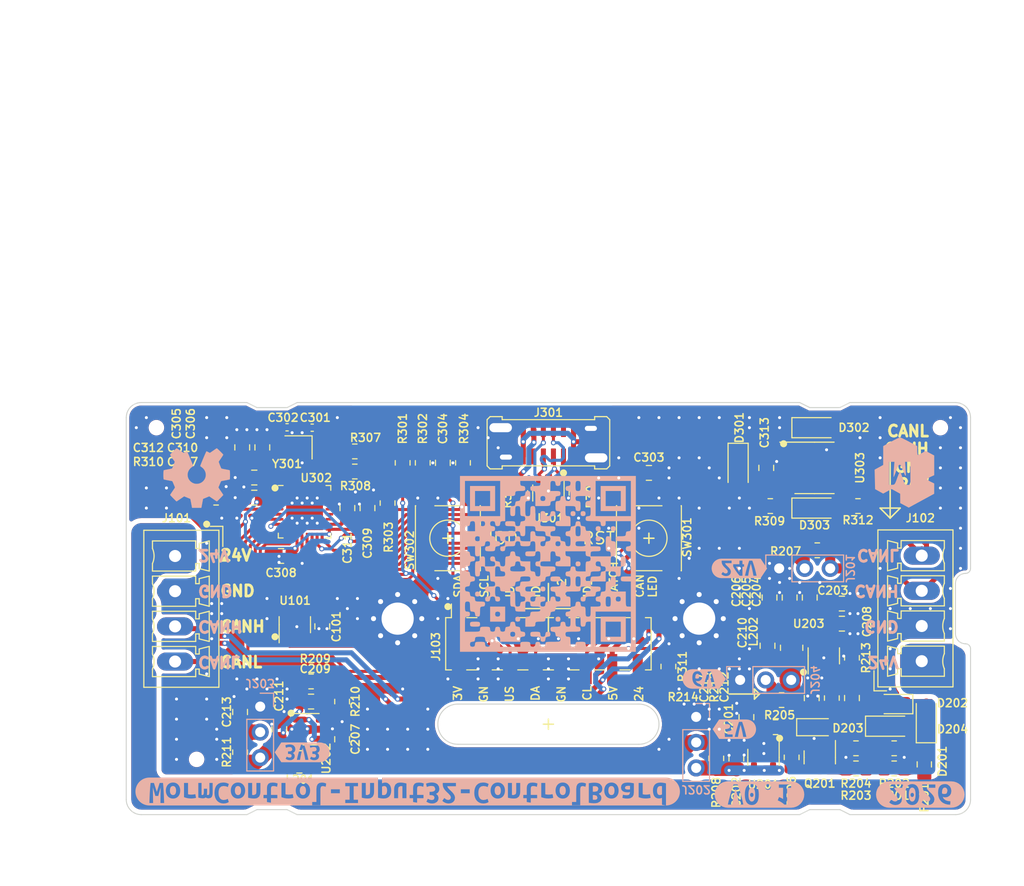
<source format=kicad_pcb>
(kicad_pcb (version 20211014) (generator pcbnew)
  (layers (0 "F.Cu" signal) (1 "In1.Cu" signal) (2 "In2.Cu" signal) (31 "B.Cu" signal) (34 "B.Paste" user) (35 "F.Paste" user) (36 "B.SilkS" user "B.Silkscreen") (37 "F.SilkS" user "F.Silkscreen") (38 "B.Mask" user) (39 "F.Mask" user) (44 "Edge.Cuts" user))
  (net 0 "")
  (net 2 "3V3")
  (net 3 "GND")
  (net 4 "24V")
  (net 5 "5V")
  (net 6 "USR_LED")
  (net 7 "SDA")
  (net 8 "SCL")
  (net 9 "ID4")
  (net 10 "ID3")
  (net 11 "DATA")
  (net 12 "/PSU/Vcc")
  (net 13 "ID2")
  (net 14 "ID1")
  (net 15 "CLOCK")
  (net 16 "LATCH")
  (net 17 "CAN_LED")
  (net 18 "/uC/ADC")
  (net 19 "/uC/EN")
  (net 20 "/PSU/FB3")
  (net 21 "/uC/XTAL_N")
  (net 22 "/uC/XTAL_P")
  (net 23 "Net-(C311-Pad1)")
  (net 24 "Net-(D201-Pad2)")
  (net 25 "Net-(D302-Pad2)")
  (net 26 "Net-(D303-Pad1)")
  (net 29 "/PSU/LX3")
  (net 40 "/PSU/6V")
  (net 41 "/uC/VBUS")
  (net 42 "/uC/CANH")
  (net 43 "/uC/CANL")
  (net 44 "/uC/CC1")
  (net 45 "/uC/DE_P")
  (net 46 "/uC/DE_N")
  (net 47 "/uC/CC2")
  (net 48 "/uC/DP_N")
  (net 49 "/uC/USB_N")
  (net 50 "/uC/DP_P")
  (net 51 "/uC/USB_P")
  (net 52 "/PSU/boost")
  (net 53 "/PSU/VO6")
  (net 54 "/PSU/VO5")
  (net 55 "/PSU/LX")
  (net 56 "/PSU/FB")
  (net 57 "/PSU/BASE_UP")
  (net 58 "/PSU/BASE")
  (net 59 "/uC/TX")
  (net 60 "/uC/RX")
  (net 61 "/PSU/EN")
  (net 62 "/PSU/F24")
  (net 63 "/PSU/VO24")
  (net 64 "/PSU/VO3")
  (net 65 "/PSU/REV_LED")
  (footprint "-local:toolhole" (layer "F.Cu") (at 129.2625 116.0375)
    (fp_text reference "REF**" hide)
    (fp_text value "toolhole" hide)
  )
  (footprint "Fuse:Fuse_0805_2012Metric_Pad1.15x1.40mm_HandSolder" (layer "F.Cu") (at 205.6625 149.5375 -90)
    (fp_text reference "F201")
    (fp_text value "250mA")
  )
  (footprint "Capacitor_SMD:C_0402_1005Metric_Pad0.74x0.62mm_HandSolder" (layer "F.Cu") (at 144.7625 116.0375 180)
    (fp_text reference "C301")
    (fp_text value "10p")
  )
  (footprint "Capacitor_SMD:C_0805_2012Metric_Pad1.18x1.45mm_HandSolder" (layer "F.Cu") (at 197.4625 135.5375)
    (fp_text reference "C208")
    (fp_text value "100n")
  )
  (footprint "Capacitor_SMD:C_0805_2012Metric_Pad1.18x1.45mm_HandSolder" (layer "F.Cu") (at 139 123 180)
    (fp_text reference "C307")
    (fp_text value "100n")
  )
  (footprint "Resistor_SMD:R_0805_2012Metric_Pad1.20x1.40mm_HandSolder" (layer "F.Cu") (at 198.4625 138.9375 90)
    (fp_text reference "R213")
    (fp_text value "22k")
  )
  (footprint "Resistor_SMD:R_0805_2012Metric_Pad1.20x1.40mm_HandSolder" (layer "F.Cu") (at 149 120.4 180)
    (fp_text reference "R308")
    (fp_text value "22R")
  )
  (footprint "Diode_SMD:D_SOD-123" (layer "F.Cu") (at 194.7375 124.0375)
    (fp_text reference "D303")
    (fp_text value "B5819W")
  )
  (footprint "Resistor_SMD:R_0805_2012Metric_Pad1.20x1.40mm_HandSolder" (layer "F.Cu") (at 198.8625 149.9375 180)
    (fp_text reference "R203")
    (fp_text value "4k7")
  )
  (footprint "Capacitor_SMD:C_0805_2012Metric_Pad1.18x1.45mm_HandSolder" (layer "F.Cu") (at 148.2625 124.0375 90)
    (fp_text reference "C311")
    (fp_text value "100n")
  )
  (footprint "Capacitor_SMD:C_0805_2012Metric_Pad1.18x1.45mm_HandSolder" (layer "F.Cu") (at 197.4625 133.5375)
    (fp_text reference "C203")
    (fp_text value "10u/50v")
  )
  (footprint "Resistor_SMD:R_0805_2012Metric_Pad1.20x1.40mm_HandSolder" (layer "F.Cu") (at 195.0125 128.2375)
    (fp_text reference "R207")
    (fp_text value "0R1")
  )
  (footprint "Capacitor_SMD:C_0805_2012Metric_Pad1.18x1.45mm_HandSolder" (layer "F.Cu") (at 192.2625 132.9375 90)
    (fp_text reference "C205")
    (fp_text value "10u/50v")
  )
  (footprint "Resistor_SMD:R_0805_2012Metric_Pad1.20x1.40mm_HandSolder" (layer "F.Cu") (at 184.9625 148.9375 -90)
    (fp_text reference "R208")
    (fp_text value "0R1")
  )
  (footprint "Resistor_SMD:R_0805_2012Metric_Pad1.20x1.40mm_HandSolder" (layer "F.Cu") (at 198.8625 147.9375 180)
    (fp_text reference "R204")
    (fp_text value "4k7")
  )
  (footprint "Resistor_SMD:R_0805_2012Metric_Pad1.20x1.40mm_HandSolder" (layer "F.Cu") (at 190.8625 145.8375 180)
    (fp_text reference "R205")
    (fp_text value "10k")
  )
  (footprint "Capacitor_SMD:C_0805_2012Metric_Pad1.18x1.45mm_HandSolder" (layer "F.Cu") (at 190.2625 132.9375 90)
    (fp_text reference "C206")
    (fp_text value "10u/50v")
  )
  (footprint "-local:Crystal_SMD_2016-4Pin_2.0x1.6mm" (layer "F.Cu") (at 143.4 118 180)
    (fp_text reference "Y301")
    (fp_text value "40MHz")
  )
  (footprint "Resistor_SMD:R_0805_2012Metric_Pad1.20x1.40mm_HandSolder" (layer "F.Cu") (at 152.2625 123.5375 -90)
    (fp_text reference "R303")
    (fp_text value "4k7")
  )
  (footprint "Capacitor_SMD:C_0805_2012Metric_Pad1.18x1.45mm_HandSolder" (layer "F.Cu") (at 194.4625 142.9375 90)
    (fp_text reference "C214")
    (fp_text value "10u/50v")
  )
  (footprint "Capacitor_SMD:C_0805_2012Metric_Pad1.18x1.45mm_HandSolder" (layer "F.Cu") (at 198.4625 142.9375 -90)
    (fp_text reference "C212")
    (fp_text value "100p")
  )
  (footprint "Package_TO_SOT_SMD:SOT-23" (layer "F.Cu") (at 195.2625 148.8375 -90)
    (fp_text reference "Q201")
    (fp_text value "MMBT3904")
  )
  (footprint "Package_TO_SOT_SMD:SOT-23-6" (layer "F.Cu") (at 168.2625 122.5375 -90)
    (fp_text reference "U301")
    (fp_text value "USBLC6-2SC6")
  )
  (footprint "LED_SMD:LED_0805_2012Metric_Pad1.15x1.40mm_HandSolder" (layer "F.Cu") (at 202.6625 143.5375 180)
    (fp_text reference "D202")
    (fp_text value "BLUE")
  )
  (footprint "Resistor_SMD:R_0805_2012Metric_Pad1.20x1.40mm_HandSolder" (layer "F.Cu") (at 202.6625 147.9375)
    (fp_text reference "R202")
    (fp_text value "4k7")
  )
  (footprint "Capacitor_SMD:C_0805_2012Metric_Pad1.18x1.45mm_HandSolder" (layer "F.Cu") (at 190.0625 137.7375 90)
    (fp_text reference "C210")
    (fp_text value "100n")
  )
  (footprint "Resistor_SMD:R_0805_2012Metric_Pad1.20x1.40mm_HandSolder" (layer "F.Cu") (at 202.6625 149.9375)
    (fp_text reference "R201")
    (fp_text value "4k7")
  )
  (footprint "Diode_SMD:D_SOD-323_HandSoldering" (layer "F.Cu") (at 194.8625 145.8375)
    (fp_text reference "D203")
    (fp_text value "6V8")
  )
  (footprint "Capacitor_SMD:C_0805_2012Metric_Pad1.18x1.45mm_HandSolder" (layer "F.Cu") (at 157.7625 119.5375 -90)
    (fp_text reference "C304")
    (fp_text value "100n")
  )
  (footprint "Capacitor_SMD:C_0805_2012Metric_Pad1.18x1.45mm_HandSolder" (layer "F.Cu") (at 178.2625 120.5375 180)
    (fp_text reference "C303")
    (fp_text value "100n")
  )
  (footprint "Resistor_SMD:R_0805_2012Metric_Pad1.20x1.40mm_HandSolder" (layer "F.Cu") (at 137.5875 148.325 -90)
    (fp_text reference "R211")
    (fp_text value "0R1")
  )
  (footprint "-local:USB_C_Receptacle_G-Switch_GT-USB-7082G" (layer "F.Cu") (at 168.2625 117.5375 180)
    (fp_text reference "J301")
    (fp_text value "USB_C_Receptacle_USB2.0")
  )
  (footprint "Capacitor_SMD:C_0805_2012Metric_Pad1.18x1.45mm_HandSolder" (layer "F.Cu") (at 144.65 143.2875)
    (fp_text reference "C209")
    (fp_text value "100p")
  )
  (footprint "Capacitor_SMD:C_0805_2012Metric_Pad1.18x1.45mm_HandSolder" (layer "F.Cu") (at 145.7625 135.8075 -90)
    (fp_text reference "C101")
    (fp_text value "100n")
  )
  (footprint "Package_TO_SOT_SMD:SOT-23-6" (layer "F.Cu") (at 143.0325 135.6375 90)
    (fp_text reference "U101")
    (fp_text value "GX101")
  )
  (footprint "Capacitor_SMD:C_0805_2012Metric_Pad1.18x1.45mm_HandSolder" (layer "F.Cu") (at 139.8 118 -90)
    (fp_text reference "C306")
    (fp_text value "1u")
  )
  (footprint "Capacitor_SMD:C_0805_2012Metric_Pad1.18x1.45mm_HandSolder" (layer "F.Cu") (at 137.5875 144.325 90)
    (fp_text reference "C213")
    (fp_text value "47u/6V3")
  )
  (footprint "Inductor_SMD:L_1008_2520Metric_Pad1.43x2.20mm_HandSolder" (layer "F.Cu") (at 143.4875 149.2875 180)
    (fp_text reference "L201")
    (fp_text value "3.3uH")
  )
  (footprint "Capacitor_SMD:C_0805_2012Metric_Pad1.18x1.45mm_HandSolder" (layer "F.Cu") (at 147.7375 147.0375 90)
    (fp_text reference "C207")
    (fp_text value "22u/25v")
  )
  (footprint "Capacitor_SMD:C_0805_2012Metric_Pad1.18x1.45mm_HandSolder" (layer "F.Cu") (at 187.9625 144.8375 90)
    (fp_text reference "C201")
    (fp_text value "10u/50v")
  )
  (footprint "Package_TO_SOT_SMD:SOT-23-5" (layer "F.Cu") (at 189.6625 148.8375 -90)
    (fp_text reference "U201")
    (fp_text value "LW6550A23E")
  )
  (footprint "Resistor_SMD:R_0805_2012Metric_Pad1.20x1.40mm_HandSolder" (layer "F.Cu") (at 192.4625 148.8375 90)
    (fp_text reference "R206")
    (fp_text value "10k")
  )
  (footprint "Resistor_SMD:R_0805_2012Metric_Pad1.20x1.40mm_HandSolder" (layer "F.Cu") (at 153.7625 119.5375 -90)
    (fp_text reference "R301")
    (fp_text value "4k7")
  )
  (footprint "Resistor_SMD:R_0805_2012Metric_Pad1.20x1.40mm_HandSolder" (layer "F.Cu") (at 159.7625 119.5375 -90)
    (fp_text reference "R304")
    (fp_text value "4k7")
  )
  (footprint "-local:PhoenixContact_MCV_1,5_4-G-3.5_1x04_P3.50mm_Vertical" (layer "F.Cu") (at 205.405 139.27 90)
    (fp_text reference "J102")
    (fp_text value "BUS")
  )
  (footprint "Capacitor_SMD:C_0805_2012Metric_Pad1.18x1.45mm_HandSolder" (layer "F.Cu") (at 139 121 180)
    (fp_text reference "C310")
    (fp_text value "100n")
  )
  (footprint "Resistor_SMD:R_0805_2012Metric_Pad1.20x1.40mm_HandSolder" (layer "F.Cu") (at 144.65 141.2875 180)
    (fp_text reference "R209")
    (fp_text value "47k")
  )
  (footprint "Capacitor_SMD:C_0805_2012Metric_Pad1.18x1.45mm_HandSolder" (layer "F.Cu") (at 189.9375 120.0375 90)
    (fp_text reference "C313")
    (fp_text value "100n")
  )
  (footprint "-local:MountingHole_3.2mm_M3_Pad_Via" (layer "F.Cu") (at 153.2625 135.0375)
    (fp_text reference "H101" hide)
    (fp_text value "hole")
  )
  (footprint "Resistor_SMD:R_0805_2012Metric_Pad1.20x1.40mm_HandSolder" (layer "F.Cu") (at 196.4625 142.9375 -90)
    (fp_text reference "R212")
    (fp_text value "200k")
  )
  (footprint "Package_TO_SOT_SMD:SOT-23-6" (layer "F.Cu") (at 195.6625 138.7375 90)
    (fp_text reference "U203")
    (fp_text value "ME3121AM6G")
  )
  (footprint "Capacitor_SMD:C_0805_2012Metric_Pad1.18x1.45mm_HandSolder" (layer "F.Cu") (at 141.6625 128.8 180)
    (fp_text reference "C308")
    (fp_text value "100n")
  )
  (footprint "-local:toolhole" (layer "F.Cu") (at 207.2625 116.0375)
    (fp_text reference "REF**" hide)
    (fp_text value "toolhole" hide)
  )
  (footprint "Capacitor_SMD:C_0805_2012Metric_Pad1.18x1.45mm_HandSolder" (layer "F.Cu") (at 135.2 121)
    (fp_text reference "C312")
    (fp_text value "100n")
  )
  (footprint "Resistor_SMD:R_0805_2012Metric_Pad1.20x1.40mm_HandSolder" (layer "F.Cu") (at 199.0625 123.8375 180)
    (fp_text reference "R312")
    (fp_text value "4k7")
  )
  (footprint "Diode_SMD:D_SOD-123" (layer "F.Cu") (at 202.0625 145.7375)
    (fp_text reference "D204")
    (fp_text value "B5819W")
  )
  (footprint "Resistor_SMD:R_0805_2012Metric_Pad1.20x1.40mm_HandSolder" (layer "F.Cu") (at 149 118.4 180)
    (fp_text reference "R307")
    (fp_text value "22R")
  )
  (footprint "Resistor_SMD:R_0805_2012Metric_Pad1.20x1.40mm_HandSolder" (layer "F.Cu") (at 191.4625 143.1375)
    (fp_text reference "R214")
    (fp_text value "0R1")
  )
  (footprint "Diode_SMD:D_SOD-123" (layer "F.Cu") (at 205.8625 145.1375 90)
    (fp_text reference "D201")
    (fp_text value "B5819W")
  )
  (footprint "Package_SO:SOIC-8_3.9x4.9mm_P1.27mm" (layer "F.Cu") (at 194.7375 120.0375)
    (fp_text reference "U303")
    (fp_text value "XL1050")
  )
  (footprint "-local:SW_SPST_15" (layer "F.Cu") (at 158.2625 127.0375 -90)
    (fp_text reference "SW302")
    (fp_text value "15mm")
  )
  (footprint "-local:MountingHole_3.2mm_M3_Pad_Via" (layer "F.Cu") (at 183.2625 135.0375)
    (fp_text reference "H102" hide)
    (fp_text value "hole")
  )
  (footprint "Capacitor_SMD:C_0805_2012Metric_Pad1.18x1.45mm_HandSolder" (layer "F.Cu") (at 137.8 118 -90)
    (fp_text reference "C305")
    (fp_text value "22u/25v")
  )
  (footprint "Resistor_SMD:R_0805_2012Metric_Pad1.20x1.40mm_HandSolder" (layer "F.Cu") (at 190.3375 123.8375)
    (fp_text reference "R309")
    (fp_text value "4k7")
  )
  (footprint "Diode_SMD:D_SOD-123" (layer "F.Cu") (at 187.1375 119.8375 -90)
    (fp_text reference "D301")
    (fp_text value "B5819W")
  )
  (footprint "-local:SW_SPST_15" (layer "F.Cu") (at 178.2625 127.0375 90)
    (fp_text reference "SW301")
    (fp_text value "15mm")
  )
  (footprint "Resistor_SMD:R_0805_2012Metric_Pad1.20x1.40mm_HandSolder" (layer "F.Cu") (at 147.7375 143.2875 90)
    (fp_text reference "R210")
    (fp_text value "10k")
  )
  (footprint "Resistor_SMD:R_0805_2012Metric_Pad1.20x1.40mm_HandSolder" (layer "F.Cu") (at 180.2 139.8 -90)
    (fp_text reference "R311")
    (fp_text value "150k")
  )
  (footprint "Diode_SMD:D_SOD-123" (layer "F.Cu") (at 194.7375 116.0375)
    (fp_text reference "D302")
    (fp_text value "B5819W")
  )
  (footprint "Capacitor_SMD:C_0805_2012Metric_Pad1.18x1.45mm_HandSolder" (layer "F.Cu") (at 194.2625 132.9375 90)
    (fp_text reference "C204")
    (fp_text value "10u/50v")
  )
  (footprint "-local:QFN-32-1EP_5x5mm_P0.5mm_EP3.65x3.65mm" (layer "F.Cu") (at 144 124.4)
    (fp_text reference "U302")
    (fp_text value "esp32-C3FH4X")
  )
  (footprint "Resistor_SMD:R_0805_2012Metric_Pad1.20x1.40mm_HandSolder" (layer "F.Cu") (at 135.2 123 180)
    (fp_text reference "R310")
    (fp_text value "4k7")
  )
  (footprint "Capacitor_SMD:C_0805_2012Metric_Pad1.18x1.45mm_HandSolder" (layer "F.Cu") (at 150.2625 124.0375 90)
    (fp_text reference "C309")
    (fp_text value "100n")
  )
  (footprint "Resistor_SMD:R_0805_2012Metric_Pad1.20x1.40mm_HandSolder" (layer "F.Cu") (at 171.0625 122.5375 90)
    (fp_text reference "R306")
    (fp_text value "4k7")
  )
  (footprint "-local:PhoenixContact_MCV_1,5_4-G-3.5_1x04_P3.50mm_Vertical" (layer "F.Cu") (at 131.12 128.805 -90)
    (fp_text reference "J101")
    (fp_text value "BUS")
  )
  (footprint "Package_TO_SOT_SMD:TSOT-23-5" (layer "F.Cu") (at 144.65 146.0375)
    (fp_text reference "U202")
    (fp_text value "MT3406")
  )
  (footprint "Capacitor_SMD:C_0402_1005Metric_Pad0.74x0.62mm_HandSolder" (layer "F.Cu") (at 142.2625 115.9975)
    (fp_text reference "C302")
    (fp_text value "10p")
  )
  (footprint "Capacitor_SMD:C_0805_2012Metric_Pad1.18x1.45mm_HandSolder" (layer "F.Cu") (at 141.4875 146.0375 90)
    (fp_text reference "C211")
    (fp_text value "47u/6V3")
  )
  (footprint "Resistor_SMD:R_0805_2012Metric_Pad1.20x1.40mm_HandSolder" (layer "F.Cu") (at 155.7625 119.5375 -90)
    (fp_text reference "R302")
    (fp_text value "4k7")
  )
  (footprint "Connector_PinSocket_2.54mm:PinSocket_2x08_P2.54mm_Vertical_SMD" (layer "F.Cu") (at 168.2625 137.5375 90)
    (fp_text reference "J103")
    (fp_text value "Back")
  )
  (footprint "-local:toolhole" (layer "F.Cu") (at 133.2625 149.0375)
    (fp_text reference "REF**" hide)
    (fp_text value "toolhole" hide)
  )
  (footprint "Capacitor_SMD:C_0805_2012Metric_Pad1.18x1.45mm_HandSolder" (layer "F.Cu") (at 186.9625 148.9375 90)
    (fp_text reference "C202")
    (fp_text value "22u/25v")
  )
  (footprint "Resistor_SMD:R_0805_2012Metric_Pad1.20x1.40mm_HandSolder" (layer "F.Cu") (at 165.4625 122.5375 -90)
    (fp_text reference "R305")
    (fp_text value "4k7")
  )
  (footprint "Inductor_SMD:L_1008_2520Metric_Pad1.43x2.20mm_HandSolder" (layer "F.Cu") (at 192.4625 137.9375 -90)
    (fp_text reference "L202")
    (fp_text value "3.3uH")
  )
  (footprint "Symbol:OSHW-Symbol_6.7x6mm_SilkScreen" (layer "B.Cu") (at 133.2625 121.0375)
    (fp_text reference "G101" hide)
    (fp_text value "Logo_Open_Hardware_Large" hide)
  )
  (footprint "-local:logo_kms_small_silkscreen" (layer "B.Cu") (at 203.2625 120.5375)
    (fp_text reference "G102" hide)
    (fp_text value "LOGO_KMS" hide)
  )
  (footprint "kibuzzard-698C36BD" (layer "B.Cu") (at 186.7625 146.0375)
    (fp_text reference "kibuzzard-698C36BD" hide)
    (fp_text value "G***" hide)
  )
  (footprint "kibuzzard-68F6C776" (layer "B.Cu") (at 187.2625 130.0375)
    (fp_text reference "kibuzzard-68F6C776" hide)
    (fp_text value "G***" hide)
  )
  (footprint "kibuzzard-698C575A" (layer "B.Cu") (at 143.7625 148.3375)
    (fp_text reference "kibuzzard-698C575A" hide)
    (fp_text value "G***" hide)
  )
  (footprint "kibuzzard-68F6C8CD" (layer "B.Cu") (at 183.7625 141.0375)
    (fp_text reference "kibuzzard-68F6C8CD" hide)
    (fp_text value "G***" hide)
  )
  (footprint "Connector_PinHeader_2.54mm:PinHeader_1x03_P2.54mm_Vertical" (layer "B.Cu") (at 187.3375 141.1375 -90)
    (fp_text reference "J204")
    (fp_text value "6V")
  )
  (footprint "kibuzzard-698C579F" (layer "B.Cu") (at 154.2625 152.2375)
    (fp_text reference "kibuzzard-698C579F" hide)
    (fp_text value "G***" hide)
  )
  (footprint "Connector_PinHeader_2.54mm:PinHeader_1x03_P2.54mm_Vertical" (layer "B.Cu") (at 182.9625 144.8125 180)
    (fp_text reference "J202")
    (fp_text value "5V")
  )
  (footprint "kibuzzard-698AF99F" (layer "B.Cu") (at 205.2625 152.5375)
    (fp_text reference "kibuzzard-698AF99F" hide)
    (fp_text value "G***" hide)
  )
  (footprint "-local:qr" (layer "B.Cu") (at 168.2625 129.5375 180)
    (fp_text reference "G***" hide)
    (fp_text value "LOGO" hide)
  )
  (footprint "Connector_PinHeader_2.54mm:PinHeader_1x03_P2.54mm_Vertical" (layer "B.Cu") (at 139.5875 143.785 180)
    (fp_text reference "J203")
    (fp_text value "3V3")
  )
  (footprint "Connector_PinHeader_2.54mm:PinHeader_1x03_P2.54mm_Vertical" (layer "B.Cu") (at 191.2225 130.0375 -90)
    (fp_text reference "J201")
    (fp_text value "24V")
  )
  (footprint "kibuzzard-698AF992" (layer "B.Cu") (at 189.2625 152.5375)
    (fp_text reference "kibuzzard-698AF992" hide)
    (fp_text value "G***" hide)
  )
  (gr_line (start 177.7625 127.0375) (end 178.7625 127.0375) (layer "F.SilkS") (width 0.15))
  (gr_line (start 171.2625 134.0375) (end 165.2625 134.0375) (layer "F.SilkS") (width 0.15))
  (gr_line (start 168.2625 145.0375) (end 168.2625 146.0375) (layer "F.SilkS") (width 0.15))
  (gr_line (start 157.7625 127.0375) (end 158.7625 127.0375) (layer "F.SilkS") (width 0.15))
  (gr_circle (center 134.2625 125.6375) (end 134.4625 125.6375) (layer "F.SilkS") (width 0.3) (fill solid))
  (gr_line (start 168.2625 131.5375) (end 168.2625 136.5375) (layer "F.SilkS") (width 0.15))
  (gr_line (start 158.2625 127.5375) (end 158.2625 126.5375) (layer "F.SilkS") (width 0.15))
  (gr_line (start 201.2625 124.0375) (end 202.2625 125.0375) (layer "F.SilkS") (width 0.15))
  (gr_circle (center 191.2625 146.9375) (end 191.4625 146.9375) (layer "F.SilkS") (width 0.3) (fill solid))
  (gr_circle (center 158.2625 133.8375) (end 158.4625 133.8375) (layer "F.SilkS") (width 0.3) (fill solid))
  (gr_line (start 186.2625 142.5375) (end 189.2625 142.5375) (layer "F.SilkS") (width 0.15))
  (gr_line (start 188.7625 143.0375) (end 189.2625 142.5375) (layer "F.SilkS") (width 0.15))
  (gr_line (start 168.7625 145.5375) (end 167.7625 145.5375) (layer "F.SilkS") (width 0.15))
  (gr_circle (center 193.6375 140.3625) (end 193.6375 140.1625) (layer "F.SilkS") (width 0.3) (fill solid))
  (gr_circle (center 191.6625 117.6375) (end 191.8625 117.6375) (layer "F.SilkS") (width 0.3) (fill solid))
  (gr_line (start 203.2625 124.0375) (end 201.2625 124.0375) (layer "F.SilkS") (width 0.15))
  (gr_line (start 202.2625 125.0375) (end 203.2625 124.0375) (layer "F.SilkS") (width 0.15))
  (gr_circle (center 141.0625 122.0375) (end 141.2625 122.0375) (layer "F.SilkS") (width 0.3) (fill solid))
  (gr_circle (center 169.7625 120.5375) (end 169.9625 120.5375) (layer "F.SilkS") (width 0.3) (fill solid))
  (gr_line (start 188.7625 142.0375) (end 188.7625 143.0375) (layer "F.SilkS") (width 0.15))
  (gr_line (start 189.2625 142.5375) (end 188.7625 142.0375) (layer "F.SilkS") (width 0.15))
  (gr_line (start 202.2625 119.0375) (end 202.2625 125.0375) (layer "F.SilkS") (width 0.15))
  (gr_circle (center 141.0625 136.8375) (end 141.2625 136.8375) (layer "F.SilkS") (width 0.3) (fill solid))
  (gr_circle (center 142.6625 144.4375) (end 142.8625 144.4375) (layer "F.SilkS") (width 0.3) (fill solid))
  (gr_line (start 178.2625 127.5375) (end 178.2625 126.5375) (layer "F.SilkS") (width 0.15))
  (gr_line locked (start 197.2625 114.0375) (end 198.2625 113.5375) (layer "Edge.Cuts") (width 0.1))
  (gr_line locked (start 142.2625 154.037499) (end 143.2625 154.5375) (layer "Edge.Cuts") (width 0.1))
  (gr_arc locked (start 177.2625 143.5375) (mid 179.2625 145.5375) (end 177.2625 147.5375) (layer "Edge.Cuts") (width 0.1))
  (gr_line locked (start 139.2625 154.0375) (end 142.2625 154.037499) (layer "Edge.Cuts") (width 0.1))
  (gr_line locked (start 194.2625 154.0375) (end 197.2625 154.037499) (layer "Edge.Cuts") (width 0.1))
  (gr_line locked (start 208.7625 131.5375) (end 208.7625 136.5375) (layer "Edge.Cuts") (width 0.1))
  (gr_line locked (start 139.2625 114.0375) (end 142.2625 114.0375) (layer "Edge.Cuts") (width 0.1))
  (gr_arc locked (start 210.2625 153.0375) (mid 209.82316 154.09816) (end 208.7625 154.5375) (layer "Edge.Cuts") (width 0.1))
  (gr_line locked (start 142.2625 114.0375) (end 143.2625 113.5375) (layer "Edge.Cuts") (width 0.1))
  (gr_arc locked (start 209.7625 137.5375) (mid 209.055393 137.244607) (end 208.7625 136.5375) (layer "Edge.Cuts") (width 0.1))
  (gr_line locked (start 198.2625 113.5375) (end 208.7625 113.5375) (layer "Edge.Cuts") (width 0.1))
  (gr_arc locked (start 208.7625 131.5375) (mid 209.055393 130.830393) (end 209.7625 130.5375) (layer "Edge.Cuts") (width 0.1))
  (gr_line locked (start 138.2625 113.5375) (end 127.7625 113.5375) (layer "Edge.Cuts") (width 0.1))
  (gr_line locked (start 126.2625 153.0375) (end 126.2625 115.0375) (layer "Edge.Cuts") (width 0.1))
  (gr_line locked (start 210.2625 138.0375) (end 210.2625 153.0375) (layer "Edge.Cuts") (width 0.1))
  (gr_arc locked (start 126.2625 115.0375) (mid 126.70184 113.97684) (end 127.7625 113.5375) (layer "Edge.Cuts") (width 0.1))
  (gr_line locked (start 198.2625 154.5375) (end 208.7625 154.5375) (layer "Edge.Cuts") (width 0.1))
  (gr_line locked (start 197.2625 154.037499) (end 198.2625 154.5375) (layer "Edge.Cuts") (width 0.1))
  (gr_line locked (start 194.2625 114.0375) (end 197.2625 114.0375) (layer "Edge.Cuts") (width 0.1))
  (gr_arc locked (start 209.7625 137.5375) (mid 210.116053 137.683947) (end 210.2625 138.0375) (layer "Edge.Cuts") (width 0.1))
  (gr_line locked (start 138.2625 154.537499) (end 127.7625 154.5375) (layer "Edge.Cuts") (width 0.1))
  (gr_line locked (start 139.2625 114.0375) (end 138.2625 113.5375) (layer "Edge.Cuts") (width 0.1))
  (gr_line locked (start 177.2625 147.5375) (end 159.2625 147.5375) (layer "Edge.Cuts") (width 0.1))
  (gr_arc locked (start 127.7625 154.5375) (mid 126.70184 154.09816) (end 126.2625 153.0375) (layer "Edge.Cuts") (width 0.1))
  (gr_line locked (start 159.2625 143.5375) (end 177.2625 143.5375) (layer "Edge.Cuts") (width 0.1))
  (gr_line locked (start 139.2625 154.0375) (end 138.2625 154.537499) (layer "Edge.Cuts") (width 0.1))
  (gr_arc locked (start 210.2625 130.0375) (mid 210.116053 130.391053) (end 209.7625 130.5375) (layer "Edge.Cuts") (width 0.1))
  (gr_line locked (start 210.2625 130.0375) (end 210.2625 115.0375) (layer "Edge.Cuts") (width 0.1))
  (gr_arc locked (start 159.2625 147.5375) (mid 157.2625 145.5375) (end 159.2625 143.5375) (layer "Edge.Cuts") (width 0.1))
  (gr_line locked (start 143.2625 113.5375) (end 193.2625 113.5375) (layer "Edge.Cuts") (width 0.1))
  (gr_arc locked (start 208.7625 113.5375) (mid 209.82316 113.97684) (end 210.2625 115.0375) (layer "Edge.Cuts") (width 0.1))
  (gr_line locked (start 194.2625 154.0375) (end 193.2625 154.537499) (layer "Edge.Cuts") (width 0.1))
  (gr_line locked (start 194.2625 114.0375) (end 193.2625 113.5375) (layer "Edge.Cuts") (width 0.1))
  (gr_line locked (start 193.2625 154.537499) (end 143.2625 154.5375) (layer "Edge.Cuts") (width 0.1))
  (gr_text "24V\n\nGND\n\nCANH\n\nCANL" (at 203.2625 134.0375 180) (layer "B.SilkS") (effects (font (size 1.1 1.1) (thickness 0.275)) (justify right mirror)))
  (gr_text "CANL\n\nCANH\n\nGND\n\n24V" (at 133.2625 134.0375 180) (layer "B.SilkS") (effects (font (size 1.1 1.1) (thickness 0.275)) (justify left mirror)))
  (gr_text "CANL\nCANH\nGND\n24V" (at 206.2625 119.0375) (layer "F.SilkS") (effects (font (size 1.1 1.1) (thickness 0.275)) (justify right)))
  (gr_text "SDA\n\nSCL\n\nID4\n\nID3\n\nID2\n\nID1\n\nLATCH\n\nCAN\nLED" (at 168.9625 133.0375 90) (layer "F.SilkS") (effects (font (size 0.8 0.8)) (justify left)))
  (gr_text "24V\n\nGND\n\nCANH\n\nCANL" (at 135.48 134.055) (layer "F.SilkS") (effects (font (size 1.1 1.1) (thickness 0.275)) (justify left)))
  (gr_text "RST" (at 173.2625 127.0375) (layer "F.SilkS") (effects (font (size 1.2 1.2))))
  (gr_text "3V\n\nGN\n\nUS\n\nDA\n\nGN\n\nCL\n\n5V\n\n24" (at 168.2625 141.6375 90) (layer "F.SilkS") (effects (font (size 0.8 0.8)) (justify right)))
  (gr_text "MOD" (at 163.3625 127.0375) (layer "F.SilkS") (effects (font (size 1.2 1.2))))
  (segment (start 143.25 128.25) (end 142.7 128.8) (width 0.3) (layer "F.Cu") (net 2))
  (segment (start 139.248958 123.4505) (end 139.699458 123) (width 0.3) (layer "F.Cu") (net 2))
  (segment (start 152.2625 122.661028) (end 152.2625 120.0375) (width 0.3) (layer "F.Cu") (net 2))
  (segment (start 143.0325 134.5) (end 143.9825 134.5) (width 0.5) (layer "F.Cu") (net 2))
  (segment (start 138.5875 146.325) (end 137.5875 147.325) (width 1.5) (layer "F.Cu") (net 2))
  (segment (start 139.5875 146.325) (end 138.5875 146.325) (width 1.5) (layer "F.Cu") (net 2))
  (segment (start 142.7 128.8) (end 142.7 128.388) (width 0.3) (layer "F.Cu") (net 2))
  (segment (start 146.575494 139.4375) (end 138.6625 139.4375) (width 0.5) (layer "F.Cu") (net 2))
  (segment (start 155.7625 118.5375) (end 156.7625 117.5375) (width 0.3) (layer "F.Cu") (net 2))
  (segment (start 138.55 146.325) (end 137.5875 145.3625) (width 1.5) (layer "F.Cu") (net 2))
  (segment (start 157.9925 140.0575) (end 157.1625 140.8875) (width 0.5) (layer "F.Cu") (net 2))
  (segment (start 156.7625 117.5375) (end 158.7625 117.5375) (width 0.3) (layer "F.Cu") (net 2))
  (segment (start 148.025494 140.8875) (end 146.575494 139.4375) (width 0.5) (layer "F.Cu") (net 2))
  (segment (start 135.5125 139.7875) (end 137.2625 138.0375) (width 1.5) (layer "F.Cu") (net 2))
  (segment (start 146.4625 126.1625) (end 146.45 126.15) (width 0.3) (layer "F.Cu") (net 2))
  (segment (start 152.2625 120.0375) (end 153.7625 118.5375) (width 0.3) (layer "F.Cu") (net 2))
  (segment (start 142.7 128.388) (end 143.0505 128.0375) (width 0.3) (layer "F.Cu") (net 2))
  (segment (start 146.45 126.15) (end 148.848528 126.15) (width 0.3) (layer "F.Cu") (net 2))
  (segment (start 138.8625 132.234058) (end 137.1 130.471558) (width 0.3) (layer "F.Cu") (net 2))
  (segment (start 139.8 119.0375) (end 140.0375 119.275) (width 1) (layer "F.Cu") (net 2))
  (segment (start 137.1 126.412) (end 138.1185 125.3935) (width 0.3) (layer "F.Cu") (net 2))
  (segment (start 146.4625 126.6375) (end 146.4625 126.1625) (width 0.3) (layer "F.Cu") (net 2))
  (segment (start 135.475 126.85) (end 132.0625 123.4375) (width 1.5) (layer "F.Cu") (net 2))
  (segment (start 148.848528 126.15) (end 149.923528 125.075) (width 0.3) (layer "F.Cu") (net 2))
  (segment (start 135.475 131.109298) (end 135.475 126.85) (width 1.5) (layer "F.Cu") (net 2))
  (segment (start 133.0625 119.0375) (end 137.8 119.0375) (width 1.5) (layer "F.Cu") (net 2))
  (segment (start 132.0625 123.4375) (end 132.0625 120.0375) (width 1.5) (layer "F.Cu") (net 2))
  (segment (start 140.0375 121) (end 140.0375 123) (width 1) (layer "F.Cu") (net 2))
  (segment (start 138.8625 135.219607) (end 138.8625 132.234058) (width 0.3) (layer "F.Cu") (net 2))
  (segment (start 143.9825 134.5) (end 145.4925 134.5) (width 0.5) (layer "F.Cu") (net 2))
  (segment (start 140.0375 119.275) (end 140.0375 121) (width 1) (layer "F.Cu") (net 2))
  (segment (start 139.699458 123) (end 140.0375 123) (width 0.3) (layer "F.Cu") (net 2))
  (segment (start 143.25 126.85) (end 143.25 128.25) (width 0.3) (layer "F.Cu") (net 2))
  (segment (start 139.280393 135.6375) (end 138.8625 135.219607) (width 0.3) (layer "F.Cu") (net 2))
  (segment (start 142.4325 135.6375) (end 139.280393 135.6375) (width 0.3) (layer "F.Cu") (net 2))
  (segment (start 135.5125 144.2875) (end 135.5125 139.7875) (width 1.5) (layer "F.Cu") (net 2))
  (segment (start 149.923528 125.075) (end 150.2625 125.075) (width 0.3) (layer "F.Cu") (net 2))
  (segment (start 137.1 130.471558) (end 137.1 126.412) (width 0.3) (layer "F.Cu") (net 2))
  (segment (start 137.2625 132.896798) (end 135.475 131.109298) (width 1.5) (layer "F.Cu") (net 2))
  (segment (start 136.5875 145.3625) (end 135.5125 144.2875) (width 1.5) (layer "F.Cu") (net 2))
  (segment (start 150.2625 125.075) (end 150.2625 124.661028) (width 0.3) (layer "F.Cu") (net 2))
  (segment (start 137.8 119.0375) (end 139.8 119.0375) (width 1) (layer "F.Cu") (net 2))
  (segment (start 138.6625 139.4375) (end 137.2625 138.0375) (width 0.5) (layer "F.Cu") (net 2))
  (segment (start 153.7625 118.5375) (end 155.7625 118.5375) (width 0.3) (layer "F.Cu") (net 2))
  (segment (start 132.0625 120.0375) (end 133.0625 119.0375) (width 1.5) (layer "F.Cu") (net 2))
  (segment (start 139.5875 146.325) (end 138.55 146.325) (width 1.5) (layer "F.Cu") (net 2))
  (segment (start 137.2625 138.0375) (end 137.2625 132.896798) (width 1.5) (layer "F.Cu") (net 2))
  (segment (start 158.7625 117.5375) (end 159.7625 118.5375) (width 0.3) (layer "F.Cu") (net 2))
  (segment (start 157.1625 140.8875) (end 148.025494 140.8875) (width 0.5) (layer "F.Cu") (net 2))
  (segment (start 150.2625 124.661028) (end 152.2625 122.661028) (width 0.3) (layer "F.Cu") (net 2))
  (segment (start 143.0325 135.0375) (end 142.4325 135.6375) (width 0.3) (layer "F.Cu") (net 2))
  (segment (start 143.0325 134.5) (end 143.0325 135.0375) (width 0.3) (layer "F.Cu") (net 2))
  (segment (start 145.4925 134.5) (end 145.7625 134.77) (width 0.5) (layer "F.Cu") (net 2))
  (segment (start 159.3725 140.0575) (end 157.9925 140.0575) (width 0.5) (layer "F.Cu") (net 2))
  (segment (start 137.5875 145.3625) (end 136.5875 145.3625) (width 1.5) (layer "F.Cu") (net 2))
  (via (at 146.4625 126.6375) (size 0.5) (drill 0.3) (layers "F.Cu" "B.Cu") (net 2))
  (via (at 139.248958 123.4505) (size 0.5) (drill 0.3) (layers "F.Cu" "B.Cu") (net 2))
  (via (at 143.0505 128.0375) (size 0.5) (drill 0.3) (layers "F.Cu" "B.Cu") (net 2))
  (via (at 138.1185 125.3935) (size 0.5) (drill 0.3) (layers "F.Cu" "B.Cu") (net 2))
  (segment (start 138.1185 125.3935) (end 138.1185 124.6815) (width 0.3) (layer "B.Cu") (net 2))
  (segment (start 138.1185 124.6815) (end 139.248958 123.551042) (width 0.3) (layer "B.Cu") (net 2))
  (segment (start 139.248958 123.551042) (end 139.248958 123.4505) (width 0.3) (layer "B.Cu") (net 2))
  (segment (start 138.1185 125.3935) (end 138.1185 126.8935) (width 0.3) (layer "B.Cu") (net 2))
  (segment (start 138.1185 126.8935) (end 139.2625 128.0375) (width 0.3) (layer "B.Cu") (net 2))
  (segment (start 144.4505 126.6375) (end 146.4625 126.6375) (width 0.3) (layer "B.Cu") (net 2))
  (segment (start 139.2625 128.0375) (end 143.0505 128.0375) (width 0.3) (layer "B.Cu") (net 2))
  (segment (start 143.0505 128.0375) (end 144.4505 126.6375) (width 0.3) (layer "B.Cu") (net 2))
  (segment (start 186.9625 147.755394) (end 187.70092 147.016974) (width 0.5) (layer "F.Cu") (net 3))
  (segment (start 142.00625 145.51875) (end 142.525 146.0375) (width 0.5) (layer "F.Cu") (net 3))
  (segment (start 187.9625 143.8) (end 187.425 143.8) (width 0.5) (layer "F.Cu") (net 3))
  (segment (start 197.8625 148.8375) (end 197.8625 149.9375) (width 1) (layer "F.Cu") (net 3))
  (segment (start 195.8375 138.7625) (end 197.6375 138.7625) (width 0.5) (layer "F.Cu") (net 3))
  (segment (start 139.09 143.2875) (end 137.5875 143.2875) (width 1.5) (layer "F.Cu") (net 3))
  (segment (start 147.7375 146) (end 147.7375 145.2875) (width 0.5) (layer "F.Cu") (net 3))
  (segment (start 137.9625 121.9375) (end 137.9625 121) (width 1) (layer "F.Cu") (net 3))
  (segment (start 195.4125 140.9875) (end 194.1125 140.9875) (width 0.5) (layer "F.Cu") (net 3))
  (segment (start 142.525 146.0375) (end 142.7375 146.0375) (width 0.5) (layer "F.Cu") (net 3))
  (segment (start 194.3125 147.1875) (end 194.3125 147.9) (width 0.5) (layer "F.Cu") (net 3))
  (segment (start 168.2625 121.4) (end 168.2625 122.3375) (width 0.3) (layer "F.Cu") (net 3))
  (segment (start 136.2 121.9) (end 136.2 121.0375) (width 1) (layer "F.Cu") (net 3))
  (segment (start 194.1125 140.9875) (end 194.0625 140.9375) (width 0.5) (layer "F.Cu") (net 3))
  (segment (start 190.9725 119.4025) (end 190.34 119.4025) (width 0.5) (layer "F.Cu") (net 3))
  (segment (start 142.00625 145.51875) (end 141.4875 145) (width 0.5) (layer "F.Cu") (net 3))
  (segment (start 186.9625 147.9) (end 186.9625 147.778554) (width 0.5) (layer "F.Cu") (net 3))
  (segment (start 194.6625 146.8375) (end 194.3125 147.1875) (width 0.5) (layer "F.Cu") (net 3))
  (segment (start 187.5 143.8) (end 186.9625 144.3375) (width 0.5) (layer "F.Cu") (net 3))
  (segment (start 203.6625 147.9375) (end 203.6625 148.8375) (width 1) (layer "F.Cu") (net 3))
  (segment (start 195.4625 140.9375) (end 195.6625 140.7375) (width 0.5) (layer "F.Cu") (net 3))
  (segment (start 196.0425 118.1325) (end 195.9375 118.2375) (width 0.5) (layer "F.Cu") (net 3))
  (segment (start 194.0625 141.5) (end 194.4625 141.9) (width 0.5) (layer "F.Cu") (net 3))
  (segment (start 136.2 121.0375) (end 136.2375 121) (width 1) (layer "F.Cu") (net 3))
  (segment (start 144.275 146) (end 143.55 146) (width 0.5) (layer "F.Cu") (net 3))
  (segment (start 186.9625 147.9) (end 186.9625 147.755394) (width 0.5) (layer "F.Cu") (net 3))
  (segment (start 143.5125 146.0375) (end 142.7375 146.0375) (width 0.5) (layer "F.Cu") (net 3))
  (segment (start 147.7375 145.2875) (end 147.7375 144.2875) (width 0.5) (layer "F.Cu") (net 3))
  (segment (start 136.2 123) (end 137.1 123) (width 1) (layer "F.Cu") (net 3))
  (segment (start 195.6625 138.9375) (end 195.6625 139.875) (width 0.5) (layer "F.Cu") (net 3))
  (segment (start 197.2125 118.1325) (end 196.0425 118.1325) (width 0.5) (layer "F.Cu") (net 3))
  (segment (start 187.9625 143.8) (end 187.5 143.8) (width 0.5) (layer "F.Cu") (net 3))
  (segment (start 195.6625 140.7375) (end 195.6625 139.875) (width 0.5) (layer "F.Cu") (net 3))
  (segment (start 137.9625 123) (end 137.9625 121.9375) (width 1) (layer "F.Cu") (net 3))
  (segment (start 147.7375 146) (end 146.775 146) (width 0.5) (layer "F.Cu") (net 3))
  (segment (start 141.13125 144.64375) (end 141.4875 145) (width 1.5) (layer "F.Cu") (net 3))
  (segment (start 190.34 119.4025) (end 189.9375 119) (width 0.5) (layer "F.Cu") (net 3))
  (segment (start 136.2 123) (end 136.2 121.9) (width 1) (layer "F.Cu") (net 3))
  (segment (start 194.0625 142.7375) (end 195.0625 142.7375) (width 0.5) (layer "F.Cu") (net 3))
  (segment (start 203.6625 148.8375) (end 203.6625 149.9375) (width 1) (layer "F.Cu") (net 3))
  (segment (start 195.6625 138.9375) (end 195.8375 138.7625) (width 0.5) (layer "F.Cu") (net 3))
  (segment (start 137.1 123) (end 137.9625 123) (width 1) (layer "F.Cu") (net 3))
  (segment (start 198.4625 137.9375) (end 197.6375 138.7625) (width 0.5) (layer "F.Cu") (net 3))
  (segment (start 146.775 146) (end 144.275 146) (width 0.5) (layer "F.Cu") (net 3))
  (segment (start 197.8625 147.9375) (end 197.8625 148.8375) (width 1) (layer "F.Cu") (net 3))
  (segment (start 139.5875 143.785) (end 139.09 143.2875) (width 1.5) (layer "F.Cu") (net 3))
  (segment (start 137.9625 121) (end 137.1 121) (width 1) (layer "F.Cu") (net 3))
  (segment (start 192.2625 119.4025) (end 190.9725 119.4025) (width 0.5) (layer "F.Cu") (net 3))
  (segment (start 143.55 146) (end 143.5125 146.0375) (width 0.5) (layer "F.Cu") (net 3))
  (segment (start 195.425 140.9375) (end 194.4625 141.9) (width 0.5) (layer "F.Cu") (net 3))
  (segment (start 194.0625 140.9375) (end 194.0625 141.5) (width 0.5) (layer "F.Cu") (net 3))
  (segment (start 187.425 143.8) (end 186.9625 143.3375) (width 0.5) (layer "F.Cu") (net 3))
  (segment (start 195.4625 140.9375) (end 195.4125 140.9875) (width 0.5) (layer "F.Cu") (net 3))
  (segment (start 140.2725 143.785) (end 141.13125 144.64375) (width 1.5) (layer "F.Cu") (net 3))
  (segment (start 195.4625 140.9375) (end 195.425 140.9375) (width 0.5) (layer "F.Cu") (net 3))
  (segment (start 186.9625 147.778554) (end 186.20092 147.016974) (width 0.5) (layer "F.Cu") (net 3))
  (segment (start 139.5875 143.785) (end 140.2725 143.785) (width 1.5) (layer "F.Cu") (net 3))
  (segment (start 137.1 121) (end 136.2375 121) (width 1) (layer "F.Cu") (net 3))
  (via (at 142.7625 116.5375) (size 0.5) (drill 0.3) (layers "F.Cu" "B.Cu") (net 3))
  (via (at 140.2625 133.0375) (size 0.5) (drill 0.3) (layers "F.Cu" "B.Cu") (net 3))
  (via (at 202.2625 138.0375) (size 0.5) (drill 0.3) (layers "F.Cu" "B.Cu") (net 3))
  (via (at 194.0625 140.9375) (size 0.5) (drill 0.3) (layers "F.Cu" "B.Cu") (net 3))
  (via (at 157.2625 135.0375) (size 0.5) (drill 0.3) (layers "F.Cu" "B.Cu") (net 3))
  (via (at 195.6625 138.9375) (size 0.5) (drill 0.3) (layers "F.Cu" "B.Cu") (net 3))
  (via (at 130.2625 124.0375) (size 0.5) (drill 0.3) (layers "F.Cu" "B.Cu") (net 3))
  (via (at 201.2625 119.0375) (size 0.5) (drill 0.3) (layers "F.Cu" "B.Cu") (net 3))
  (via (at 190.2625 131.0375) (size 0.5) (drill 0.3) (layers "F.Cu" "B.Cu") (net 3))
  (via (at 179.2625 123.0375) (size 0.5) (drill 0.3) (layers "F.Cu" "B.Cu") (net 3))
  (via (at 143.2325 135.8375) (size 0.5) (drill 0.3) (layers "F.Cu" "B.Cu") (net 3))
  (via (at 209.2625 124.0375) (size 0.5) (drill 0.3) (layers "F.Cu" "B.Cu") (net 3))
  (via (at 144.7625 125.0375) (size 0.5) (drill 0.3) (layers "F.Cu" "B.Cu") (net 3))
  (via (at 137.1 121) (size 0.5) (drill 0.3) (layers "F.Cu" "B.Cu") (net 3))
  (via (at 202.2625 136.0375) (size 0.5) (drill 0.3) (layers "F.Cu" "B.Cu") (net 3))
  (via (at 180.2625 137.5375) (size 0.5) (drill 0.3) (layers "F.Cu" "B.Cu") (net 3))
  (via (at 209.2625 130.0375) (size 0.5) (drill 0.3) (layers "F.Cu" "B.Cu") (net 3))
  (via (at 186.2625 140.0375) (size 0.5) (drill 0.3) (layers "F.Cu" "B.Cu") (net 3))
  (via (at 202.2625 132.0375) (size 0.5) (drill 0.3) (layers "F.Cu" "B.Cu") (net 3))
  (via (at 157.2625 131.0375) (size 0.5) (drill 0.3) (layers "F.Cu" "B.Cu") (net 3))
  (via (at 182.7625 143.5375) (size 0.5) (drill 0.3) (layers "F.Cu" "B.Cu") (net 3))
  (via (at 185.2625 121.0375) (size 0.5) (drill 0.3) (layers "F.Cu" "B.Cu") (net 3))
  (via (at 201.2625 130.0375) (size 0.5) (drill 0.3) (layers "F.Cu" "B.Cu") (net 3))
  (via (at 181.2625 123.0375) (size 0.5) (drill 0.3) (layers "F.Cu" "B.Cu") (net 3))
  (via (at 145.2625 125.5375) (size 0.5) (drill 0.3) (layers "F.Cu" "B.Cu") (net 3))
  (via (at 177.2625 124.0375) (size 0.5) (drill 0.3) (layers "F.Cu" "B.Cu") (net 3))
  (via (at 140.2625 135.0375) (size 0.5) (drill 0.3) (layers "F.Cu" "B.Cu") (net 3))
  (via (at 143.7625 116.5375) (size 0.5) (drill 0.3) (layers "F.Cu" "B.Cu") (net 3))
  (via (at 134.7625 133.5375) (size 0.5) (drill 0.3) (layers "F.Cu" "B.Cu") (net 3))
  (via (at 209.2625 126.0375) (size 0.5) (drill 0.3) (layers "F.Cu" "B.Cu") (net 3))
  (via (at 198.2625 136.5375) (size 0.5) (drill 0.3) (layers "F.Cu" "B.Cu") (net 3))
  (via (at 202.2625 142.0375) (size 0.5) (drill 0.3) (layers "F.Cu" "B.Cu") (net 3))
  (via (at 209.2625 122.0375) (size 0.5) (drill 0.3) (layers "F.Cu" "B.Cu") (net 3))
  (via (at 137.2625 125.0375) (size 0.5) (drill 0.3) (layers "F.Cu" "B.Cu") (net 3))
  (via (at 176.7625 137.0375) (size 0.5) (drill 0.3) (layers "F.Cu" "B.Cu") (net 3))
  (via (at 187.2625 139.0375) (size 0.5) (drill 0.3) (layers "F.Cu" "B.Cu") (net 3))
  (via (at 173.2625 123.0375) (size 0.5) (drill 0.3) (layers "F.Cu" "B.Cu") (net 3))
  (via (at 156.2625 144.0375) (size 0.5) (drill 0.3) (layers "F.Cu" "B.Cu") (net 3))
  (via (at 201.2625 115.0375) (size 0.5) (drill 0.3) (layers "F.Cu" "B.Cu") (net 3))
  (via (at 143.7625 129.5375) (size 0.5) (drill 0.3) (layers "F.Cu" "B.Cu") (net 3))
  (via (at 185.2625 115.0375) (size 0.5) (drill 0.3) (layers "F.Cu" "B.Cu") (net 3))
  (via (at 162.2625 117.0375) (size 0.5) (drill 0.3) (layers "F.Cu" "B.Cu") (net 3))
  (via (at 140.7375 145.5375) (size 0.5) (drill 0.3) (layers "F.Cu" "B.Cu") (net 3))
  (via (at 155.2625 123.0375) (size 0.5) (drill 0.3) (layers "F.Cu" "B.Cu") (net 3))
  (via (at 168.2625 122.3375) (size 0.5) (drill 0.3) (layers "F.Cu" "B.Cu") (net 3))
  (via (at 161.2625 139.0375) (size 0.5) (drill 0.3) (layers "F.Cu" "B.Cu") (net 3))
  (via (at 135.2625 149.0375) (size 0.5) (drill 0.3) (layers "F.Cu" "B.Cu") (net 3))
  (via (at 177.2625 115.0375) (size 0.5) (drill 0.3) (layers "F.Cu" "B.Cu") (net 3))
  (via (at 209.2625 128.0375) (size 0.5) (drill 0.3) (layers "F.Cu" "B.Cu") (net 3))
  (via (at 183.2625 140.0375) (size 0.5) (drill 0.3) (layers "F.Cu" "B.Cu") (net 3))
  (via (at 130.2625 122.0375) (size 0.5) (drill 0.3) (layers "F.Cu" "B.Cu") (net 3))
  (via (at 135.7625 125.0375) (size 0.5) (drill 0.3) (layers "F.Cu" "B.Cu") (net 3))
  (via (at 187.7375 147.1375) (size 0.5) (drill 0.3) (layers "F.Cu" "B.Cu") (net 3))
  (via (at 207.2625 124.0375) (size 0.5) (drill 0.3) (layers "F.Cu" "B.Cu") (net 3))
  (via (at 146.2325 136.0375) (size 0.5) (drill 0.3) (layers "F.Cu" "B.Cu") (net 3))
  (via (at 128.2625 115.0375) (size 0.5) (drill 0.3) (layers "F.Cu" "B.Cu") (net 3))
  (via (at 197.6375 138.7625) (size 0.5) (drill 0.3) (layers "F.Cu" "B.Cu") (net 3))
  (via (at 142.7375 146.0375) (size 0.5) (drill 0.3) (layers "F.Cu" "B.Cu") (net 3))
  (via (at 206.2625 134.0375) (size 0.5) (drill 0.3) (layers "F.Cu" "B.Cu") (net 3))
  (via (at 199.0625 132.5375) (size 0.5) (drill 0.3) (layers "F.Cu" "B.Cu") (net 3))
  (via (at 142.7625 123.5375) (size 0.5) (drill 0.3) (layers "F.Cu" "B.Cu") (net 3))
  (via (at 203.6625 148.8375) (size 0.5) (drill 0.3) (layers "F.Cu" "B.Cu") (net 3))
  (via (at 158.2625 133.0375) (size 0.5) (drill 0.3) (layers "F.Cu" "B.Cu") (net 3))
  (via (at 137.2625 116.2375) (size 0.5) (drill 0.3) (layers "F.Cu" "B.Cu") (net 3))
  (via (at 143.7625 119.5375) (size 0.5) (drill 0.3) (layers "F.Cu" "B.Cu") (net 3))
  (via (at 141.4625 128.8375) (size 0.5) (drill 0.3) (layers "F.Cu" "B.Cu") (net 3))
  (via (at 185.2625 140.0375) (size 0.5) (drill 0.3) (layers "F.Cu" "B.Cu") (net 3))
  (via (at 170.2625 123.0375) (size 0.5) (drill 0.3) (layers "F.Cu" "B.Cu") (net 3))
  (via (at 187.2625 123.0375) (size 0.5) (drill 0.3) (layers "F.Cu" "B.Cu") (net 3))
  (via (at 128.2625 124.0375) (size 0.5) (drill 0.3) (layers "F.Cu" "B.Cu") (net 3))
  (via (at 168.2625 141.0375) (size 0.5) (drill 0.3) (layers "F.Cu" "B.Cu") (net 3))
  (via (at 183.2625 124.0375) (size 0.5) (drill 0.3) (layers "F.Cu" "B.Cu") (net 3))
  (via (at 168.2625 140.0375) (size 0.5) (drill 0.3) (layers "F.Cu" "B.Cu") (net 3))
  (via (at 194.69908 146.958026) (size 0.5) (drill 0.3) (layers "F.Cu" "B.Cu") (net 3))
  (via (at 181.2625 119.0375) (size 0.5) (drill 0.3) (layers "F.Cu" "B.Cu") (net 3))
  (via (at 143.7625 125.0375) (size 0.5) (drill 0.3) (layers "F.Cu" "B.Cu") (net 3))
  (via (at 188.2625 140.0375) (size 0.5) (drill 0.3) (layers "F.Cu" "B.Cu") (net 3))
  (via (at 187.2625 130.0375) (size 0.5) (drill 0.3) (layers "F.Cu" "B.Cu") (net 3))
  (via (at 142.2625 143.0375) (size 0.5) (drill 0.3) (layers "F.Cu" "B.Cu") (net 3))
  (via (at 170.2625 141.0375) (size 0.5) (drill 0.3) (layers "F.Cu" "B.Cu") (net 3))
  (via (at 208.2625 132.0375) (size 0.5) (drill 0.3) (layers "F.Cu" "B.Cu") (net 3))
  (via (at 181.2625 131.0375) (size 0.5) (drill 0.3) (layers "F.Cu" "B.Cu") (net 3))
  (via (at 135.2625 147.0375) (size 0.5) (drill 0.3) (layers "F.Cu" "B.Cu") (net 3))
  (via (at 194.0625 142.7375) (size 0.5) (drill 0.3) (layers "F.Cu" "B.Cu") (net 3))
  (via (at 140.2625 142.0375) (size 0.5) (drill 0.3) (layers "F.Cu" "B.Cu") (net 3))
  (via (at 141.4625 129.4375) (size 0.5) (drill 0.3) (layers "F.Cu" "B.Cu") (net 3))
  (via (at 180.2625 120.0375) (size 0.5) (drill 0.3) (layers "F.Cu" "B.Cu") (net 3))
  (via (at 185.2625 146.0375) (size 0.5) (drill 0.3) (layers "F.Cu" "B.Cu") (net 3))
  (via (at 161.2625 140.0375) (size 0.5) (drill 0.3) (layers "F.Cu" "B.Cu") (net 3))
  (via (at 170.2625 140.0375) (size 0.5) (drill 0.3) (layers "F.Cu" "B.Cu") (net 3))
  (via (at 175.2625 121.0375) (size 0.5) (drill 0.3) (layers "F.Cu" "B.Cu") (net 3))
  (via (at 195.4625 140.9375) (size 0.5) (drill 0.3) (layers "F.Cu" "B.Cu") (net 3))
  (via (at 209.2625 116.0375) (size 0.5) (drill 0.3) (layers "F.Cu" "B.Cu") (net 3))
  (via (at 128.2625 122.0375) (size 0.5) (drill 0.3) (layers "F.Cu" "B.Cu") (net 3))
  (via (at 207.2625 118.0375) (size 0.5) (drill 0.3) (layers "F.Cu" "B.Cu") (net 3))
  (via (at 168.2625 139.0375) (size 0.5) (drill 0.3) (layers "F.Cu" "B.Cu") (net 3))
  (via (at 189.69908 148.458026) (size 0.5) (drill 0.3) (layers "F.Cu" "B.Cu") (net 3))
  (via (at 181.2625 142.0375) (size 0.5) (drill 0.3) (layers "F.Cu" "B.Cu") (net 3))
  (via (at 136.2 121.9) (size 0.5) (drill 0.3) (layers "F.Cu" "B.Cu") (net 3))
  (via (at 127.2625 116.0375) (size 0.5) (drill 0.3) (layers "F.Cu" "B.Cu") (net 3))
  (via (at 209.2625 120.0375) (size 0.5) (drill 0.3) (layers "F.Cu" "B.Cu") (net 3))
  (via (at 207.2625 122.0375) (size 0.5) (drill 0.3) (layers "F.Cu" "B.Cu") (net 3))
  (via (at 131.2625 149.0375) (size 0.5) (drill 0.3) (layers "F.Cu" "B.Cu") (net 3))
  (via (at 154.2625 148.0375) (size 0.5) (drill 0.3) (layers "F.Cu" "B.Cu") (net 3))
  (via (at 143.7625 123.5375) (size 0.5) (drill 0.3) (layers "F.Cu" "B.Cu") (net 3))
  (via (at 188.2625 134.0375) (size 0.5) (drill 0.3) (layers "F.Cu" "B.Cu") (net 3))
  (via (at 140.2625 116.2375) (size 0.5) (drill 0.3) (layers "F.Cu" "B.Cu") (net 3))
  (via (at 147.2625 115.0375) (size 0.5) (drill 0.3) (layers "F.Cu" "B.Cu") (net 3))
  (via (at 136.2625 117.0375) (size 0.5) (drill 0.3) (layers "F.Cu" "B.Cu") (net 3))
  (via (at 199.0625 134.5375) (size 0.5) (drill 0.3) (layers "F.Cu" "B.Cu") (net 3))
  (via (at 183.2625 128.0375) (size 0.5) (drill 0.3) (layers "F.Cu" "B.Cu") (net 3))
  (via (at 167.2625 137.0375) (size 0.5) (drill 0.3) (layers "F.Cu" "B.Cu") (net 3))
  (via (at 186.99908 143.458026) (size 0.5) (drill 0.3) (layers "F.Cu" "B.Cu") (net 3))
  (via (at 153.7625 142.0375) (size 0.5) (drill 0.3) (layers "F.Cu" "B.Cu") (net 3))
  (via (at 181.2625 115.0375) (size 0.5) (drill 0.3) (layers "F.Cu" "B.Cu") (net 3))
  (via (at 143.2625 123.0375) (size 0.5) (drill 0.3) (layers "F.Cu" "B.Cu") (net 3))
  (via (at 188.2625 124.0375) (size 0.5) (drill 0.3) (layers "F.Cu" "B.Cu") (net 3))
  (via (at 179.2625 148.0375) (size 0.5) (drill 0.3) (layers "F.Cu" "B.Cu") (net 3))
  (via (at 188.2625 116.0375) (size 0.5) (drill 0.3) (layers "F.Cu" "B.Cu") (net 3))
  (via (at 193.2625 131.4375) (size 0.5) (drill 0.3) (layers "F.Cu" "B.Cu") (net 3))
  (via (at 181.7625 143.5375) (size 0.5) (drill 0.3) (layers "F.Cu" "B.Cu") (net 3))
  (via (at 150.8625 122.2375) (size 0.5) (drill 0.3) (layers "F.Cu" "B.Cu") (net 3))
  (via (at 180.2625 147.0375) (size 0.5) (drill 0.3) (layers "F.Cu" "B.Cu") (net 3))
  (via (at 174.2625 128.0375) (size 0.5) (drill 0.3) (layers "F.Cu" "B.Cu") (net 3))
  (via (at 142.2625 142.0375) (size 0.5) (drill 0.3) (layers "F.Cu" "B.Cu") (net 3))
  (via (at 163.2625 141.0375) (size 0.5) (drill 0.3) (layers "F.Cu" "B.Cu") (net 3))
  (via (at 201.2625 117.0375) (size 0.5) (drill 0.3) (layers "F.Cu" "B.Cu") (net 3))
  (via (at 208.2625 134.0375) (size 0.5) (drill 0.3) (layers "F.Cu" "B.Cu") (net 3))
  (via (at 199.2625 117.0375) (size 0.5) (drill 0.3) (layers "F.Cu" "B.Cu") (net 3))
  (via (at 207.2625 120.0375) (size 0.5) (drill 0.3) (layers "F.Cu" "B.Cu") (net 3))
  (via (at 191.2625 115.0375) (size 0.5) (drill 0.3) (layers "F.Cu" "B.Cu") (net 3))
  (via (at 199.0625 136.5375) (size 0.5) (drill 0.3) (layers "F.Cu" "B.Cu") (net 3))
  (via (at 134.2625 127.5375) (size 0.5) (drill 0.3) (layers "F.Cu" "B.Cu") (net 3))
  (via (at 202.2625 134.0375) (size 0.5) (drill 0.3) (layers "F.Cu" "B.Cu") (net 3))
  (via (at 152.2625 148.0375) (size 0.5) (drill 0.3) (layers "F.Cu" "B.Cu") (net 3))
  (via (at 143.2625 125.5375) (size 0.5) (drill 0.3) (layers "F.Cu" "B.Cu") (net 3))
  (via (at 191.2625 131.4375) (size 0.5) (drill 0.3) (layers "F.Cu" "B.Cu") (net 3))
  (via (at 157.2625 123.0375) (size 0.5) (drill 0.3) (layers "F.Cu" "B.Cu") (net 3))
  (via (at 163.2625 140.0375) (size 0.5) (drill 0.3) (layers "F.Cu" "B.Cu") (net 3))
  (via (at 138.2625 142.0375) (size 0.5) (drill 0.3) (layers "F.Cu" "B.Cu") (net 3))
  (via (at 138.7625 125.0375) (size 0.5) (drill 0.3) (layers "F.Cu" "B.Cu") (net 3))
  (via (at 135.7625 133.5375) (size 0.5) (drill 0.3) (layers "F.Cu" "B.Cu") (net 3))
  (via (at 163.2625 139.0375) (size 0.5) (drill 0.3) (layers "F.Cu" "B.Cu") (net 3))
  (via (at 174.2625 126.0375) (size 0.5) (drill 0.3) (layers "F.Cu" "B.Cu") (net 3))
  (via (at 144.275 146) (size 0.5) (drill 0.3) (layers "F.Cu" "B.Cu") (net 3))
  (via (at 202.2625 140.0375) (size 0.5) (drill 0.3) (layers "F.Cu" "B.Cu") (net 3))
  (via (at 156.2625 148.0375) (size 0.5) (drill 0.3) (layers "F.Cu" "B.Cu") (net 3))
  (via (at 141.9625 144.2875) (size 0.5) (drill 0.3) (layers "F.Cu" "B.Cu") (net 3))
  (via (at 148.2625 134.0375) (size 0.5) (drill 0.3) (layers "F.Cu" "B.Cu") (net 3))
  (via (at 131.2625 143.0375) (size 0.5) (drill 0.3) (layers "F.Cu" "B.Cu") (net 3))
  (via (at 182.2625 129.0375) (size 0.5) (drill 0.3) (layers "F.Cu" "B.Cu") (net 3))
  (via (at 131.2625 145.0375) (size 0.5) (drill 0.3) (layers "F.Cu" "B.Cu") (net 3))
  (via (at 149.2625 135.0375) (size 0.5) (drill 0.3) (layers "F.Cu" "B.Cu") (net 3))
  (via (at 184.2625 145.0375) (size 0.5) (drill 0.3) (layers "F.Cu" "B.Cu") (net 3))
  (via (at 139.2625 116.2375) (size 0.5) (drill 0.3) (layers "F.Cu" "B.Cu") (net 3))
  (via (at 134.2625 117.0375) (size 0.5) (drill 0.3) (layers "F.Cu" "B.Cu") (net 3))
  (via (at 189.69908 147.458026) (size 0.5) (drill 0.3) (layers "F.Cu" "B.Cu") (net 3))
  (via (at 184.2625 146.0375) (size 0.5) (drill 0.3) (layers "F.Cu" "B.Cu") (net 3))
  (via (at 191.2625 116.0375) (size 0.5) (drill 0.3) (layers "F.Cu" "B.Cu") (net 3))
  (via (at 161.2625 141.0375) (size 0.5) (drill 0.3) (layers "F.Cu" "B.Cu") (net 3))
  (via (at 188.2625 138.0375) (size 0.5) (drill 0.3) (layers "F.Cu" "B.Cu") (net 3))
  (via (at 147.2625 133.0375) (size 0.5) (drill 0.3) (layers "F.Cu" "B.Cu") (net 3))
  (via (at 192.2625 130.0375) (size 0.5) (drill 0.3) (layers "F.Cu" "B.Cu") (net 3))
  (via (at 177.2625 126.0375) (size 0.5) (drill 0.3) (layers "F.Cu" "B.Cu") (net 3))
  (via (at 209.2625 118.0375) (size 0.5) (drill 0.3) (layers "F.Cu" "B.Cu") (net 3))
  (via (at 186.99908 144.458026) (size 0.5) (drill 0.3) (layers "F.Cu" "B.Cu") (net 3))
  (via (at 184.2625 144.0375) (size 0.5) (drill 0.3) (layers "F.Cu" "B.Cu") (net 3))
  (via (at 171.2625 137.0375) (size 0.5) (drill 0.3) (layers "F.Cu" "B.Cu") (net 3))
  (via (at 138.2625 116.2375) (size 0.5) (drill 0.3) (layers "F.Cu" "B.Cu") (net 3))
  (via (at 149.2625 133.0375) (size 0.5) (drill 0.3) (layers "F.Cu" "B.Cu") (net 3))
  (via (at 191.2625 132.4375) (size 0.5) (drill 0.3) (layers "F.Cu" "B.Cu") (net 3))
  (via (at 185.2625 144.0375) (size 0.5) (drill 0.3) (layers "F.Cu" "B.Cu") (net 3))
  (via (at 192.2625 131.0375) (size 0.5) (drill 0.3) (layers "F.Cu" "B.Cu") (net 3))
  (via (at 170.2625 139.0375) (size 0.5) (drill 0.3) (layers "F.Cu" "B.Cu") (net 3))
  (via (at 154.2625 146.0375) (size 0.5) (drill 0.3) (layers "F.Cu" "B.Cu") (net 3))
  (via (at 185.2625 128.0375) (size 0.5) (drill 0.3) (layers "F.Cu" "B.Cu") (net 3))
  (via (at 186.2375 148.6375) (size 0.5) (drill 0.3) (layers "F.Cu" "B.Cu") (net 3))
  (via (at 146.775 146) (size 0.5) (drill 0.3) (layers "F.Cu" "B.Cu") (net 3))
  (via (at 134.2625 115.0375) (size 0.5) (drill 0.3) (layers "F.Cu" "B.Cu") (net 3))
  (via (at 141.2625 141.0375) (size 0.5) (drill 0.3) (layers "F.Cu" "B.Cu") (net 3))
  (via (at 144.7625 123.5375) (size 0.5) (drill 0.3) (layers "F.Cu" "B.Cu") (net 3))
  (via (at 197.8625 148.8375) (size 0.5) (drill 0.3) (layers "F.Cu" "B.Cu") (net 3))
  (via (at 147.7375 145.2875) (size 0.5) (drill 0.3) (layers "F.Cu" "B.Cu") (net 3))
  (via (at 169.2625 137.0375) (size 0.5) (drill 0.3) (layers "F.Cu" "B.Cu") (net 3))
  (via (at 180.2625 121.0375) (size 0.5) (drill 0.3) (layers "F.Cu" "B.Cu") (net 3))
  (via (at 158.2625 141.0375) (size 0.5) (drill 0.3) (layers "F.Cu" "B.Cu") (net 3))
  (via (at 158.7625 119.5375) (size 0.5) (drill 0.3) (layers "F.Cu" "B.Cu") (net 3))
  (via (at 179.2625 115.0375) (size 0.5) (drill 0.3) (layers "F.Cu" "B.Cu") (net 3))
  (via (at 198.2625 134.5375) (size 0.5) (drill 0.3) (layers "F.Cu" "B.Cu") (net 3))
  (via (at 137.9625 121.9375) (size 0.5) (drill 0.3) (layers "F.Cu" "B.Cu") (net 3))
  (via (at 190.9725 119.4025) (size 0.5) (drill 0.3) (layers "F.Cu" "B.Cu") (net 3))
  (via (at 134.2625 140.5375) (size 0.5) (drill 0.3) (layers "F.Cu" "B.Cu") (net 3))
  (via (at 186.2375 147.1375) (size 0.5) (drill 0.3) (layers "F.Cu" "B.Cu") (net 3))
  (via (at 136.2625 115.0375) (size 0.5) (drill 0.3) (layers "F.Cu" "B.Cu") (net 3))
  (via (at 184.2625 120.0375) (size 0.5) (drill 0.3) (layers "F.Cu" "B.Cu") (net 3))
  (via (at 163.2625 118.0375) (size 0.5) (drill 0.3) (layers "F.Cu" "B.Cu") (net 3))
  (via (at 145.4325 136.0375) (size 0.5) (drill 0.3) (layers "F.Cu" "B.Cu") (net 3))
  (via (at 150.2625 144.0375) (size 0.5) (drill 0.3) (layers "F.Cu" "B.Cu") (net 3))
  (via (at 139.2625 141.0375) (size 0.5) (drill 0.3) (layers "F.Cu" "B.Cu") (net 3))
  (via (at 156.2625 146.0375) (size 0.5) (drill 0.3) (layers "F.Cu" "B.Cu") (net 3))
  (via (at 165.2625 137.0375) (size 0.5) (drill 0.3) (layers "F.Cu" "B.Cu") (net 3))
  (via (at 147.4625 123.6375) (size 0.5) (drill 0.3) (layers "F.Cu" "B.Cu") (net 3))
  (via (at 186.2625 124.0375) (size 0.5) (drill 0.3) (layers "F.Cu" "B.Cu") (net 3))
  (via (at 149.0625 122.4375) (size 0.5) (drill 0.3) (layers "F.Cu" "B.Cu") (net 3))
  (via (at 195.0625 142.7375) (size 0.5) (drill 0.3) (layers "F.Cu" "B.Cu") (net 3))
  (via (at 144.2625 125.5375) (size 0.5) (drill 0.3) (layers "F.Cu" "B.Cu") (net 3))
  (via (at 166.2625 123.0375) (size 0.5) (drill 0.3) (layers "F.Cu" "B.Cu") (net 3))
  (via (at 193.2625 132.4375) (size 0.5) (drill 0.3) (layers "F.Cu" "B.Cu") (net 3))
  (via (at 174.2625 137.0375) (size 0.5) (drill 0.3) (layers "F.Cu" "B.Cu") (net 3))
  (via (at 134.2625 145.0375) (size 0.5) (drill 0.3) (layers "F.Cu" "B.Cu") (net 3))
  (via (at 135.2625 146.0375) (size 0.5) (drill 0.3) (layers "F.Cu" "B.Cu") (net 3))
  (via (at 195.9375 118.2375) (size 0.5) (drill 0.3) (layers "F.Cu" "B.Cu") (net 3))
  (via (at 142.7625 125.0375) (size 0.5) (drill 0.3) (layers "F.Cu" "B.Cu") (net 3))
  (via (at 175.2625 119.0375) (size 0.5) (drill 0.3) (layers "F.Cu" "B.Cu") (net 3))
  (via (at 195.2625 131.4375) (size 0.5) (drill 0.3) (layers "F.Cu" "B.Cu") (net 3))
  (via (at 150.2625 146.0375) (size 0.5) (drill 0.3) (layers "F.Cu" "B.Cu") (net 3))
  (via (at 144.2625 123.0375) (size 0.5) (drill 0.3) (layers "F.Cu" "B.Cu") (net 3))
  (via (at 161.2625 116.0375) (size 0.5) (drill 0.3) (layers "F.Cu" "B.Cu") (net 3))
  (via (at 173.2625 139.0375) (size 0.5) (drill 0.3) (layers "F.Cu" "B.Cu") (net 3))
  (via (at 134.2625 143.0375) (size 0.5) (drill 0.3) (layers "F.Cu" "B.Cu") (net 3))
  (via (at 149.4625 123.6375) (size 0.5) (drill 0.3) (layers "F.Cu" "B.Cu") (net 3))
  (via (at 173.2625 121.0375) (size 0.5) (drill 0.3) (layers "F.Cu" "B.Cu") (net 3))
  (via (at 183.2625 119.0375) (size 0.5) (drill 0.3) (layers "F.Cu" "B.Cu") (net 3))
  (via (at 187.2625 128.0375) (size 0.5) (drill 0.3) (layers "F.Cu" "B.Cu") (net 3))
  (via (at 208.2625 136.0375) (size 0.5) (drill 0.3) (layers "F.Cu" "B.Cu") (net 3))
  (via (at 156.7625 119.5375) (size 0.5) (drill 0.3) (layers "F.Cu" "B.Cu") (net 3))
  (via (at 208.2625 115.0375) (size 0.5) (drill 0.3) (layers "F.Cu" "B.Cu") (net 3))
  (via (at 188.2625 115.0375) (size 0.5) (drill 0.3) (layers "F.Cu" "B.Cu") (net 3))
  (via (at 134.7625 134.5375) (size 0.5) (drill 0.3) (layers "F.Cu" "B.Cu") (net 3))
  (via (at 137.1 123) (size 0.5) (drill 0.3) (layers "F.Cu" "B.Cu") (net 3))
  (via (at 150.2625 148.0375) (size 0.5) (drill 0.3) (layers "F.Cu" "B.Cu") (net 3))
  (via (at 183.7625 143.5375) (size 0.5) (drill 0.3) (layers "F.Cu" "B.Cu") (net 3))
  (via (at 171.2625 125.0375) (size 0.5) (drill 0.3) (layers "F.Cu" "B.Cu") (net 3))
  (via (at 152.2625 146.0375) (size 0.5) (drill 0.3) (layers "F.Cu" "B.Cu") (net 3))
  (via (at 198.2625 132.5375) (size 0.5) (drill 0.3) (layers "F.Cu" "B.Cu") (net 3))
  (via (at 187.7375 148.608026) (size 0.5) (drill 0.3) (layers "F.Cu" "B.Cu") (net 3))
  (via (at 134.7625 137.0375) (size 0.5) (drill 0.3) (layers "F.Cu" "B.Cu") (net 3))
  (via (at 190.2625 129.5375) (size 0.5) (drill 0.3) (layers "F.Cu" "B.Cu") (net 3))
  (via (at 137.2625 141.0375) (size 0.5) (drill 0.3) (layers "F.Cu" "B.Cu") (net 3))
  (via (at 204.2625 134.0375) (size 0.5) (drill 0.3) (layers "F.Cu" "B.Cu") (net 3))
  (via (at 183.2625 115.0375) (size 0.5) (drill 0.3) (layers "F.Cu" "B.Cu") (net 3))
  (via (at 145.2625 123.0375) (size 0.5) (drill 0.3) (layers "F.Cu" "B.Cu") (net 3))
  (via (at 136.9875 142.7875) (size 0.5) (drill 0.3) (layers "F.Cu" "B.Cu") (net 3))
  (via (at 187.2625 132.0375) (size 0.5) (drill 0.3) (layers "F.Cu" "B.Cu") (net 3))
  (via (at 135.7625 134.5375) (size 0.5) (drill 0.3) (layers "F.Cu" "B.Cu") (net 3))
  (via (at 131.2625 147.0375) (size 0.5) (drill 0.3) (layers "F.Cu" "B.Cu") (net 3))
  (via (at 187.2625 140.0375) (size 0.5) (drill 0.3) (layers "F.Cu" "B.Cu") (net 3))
  (segment (start 177.1525 140.0575) (end 177.895 140.8) (width 1) (layer "F.Cu") (net 4))
  (segment (start 193.7625 129.7375) (end 192.4625 128.4375) (width 1) (layer "F.Cu") (net 4))
  (segment (start 193.7625 130.0375) (end 193.7625 129.7375) (width 1) (layer "F.Cu") (net 4))
  (segment (start 189.7 133.975) (end 190.2625 133.975) (width 1) (layer "F.Cu") (net 4))
  (segment (start 188.2625 129.8975) (end 188.2625 132.5375) (width 1) (layer "F.Cu") (net 4))
  (segment (start 177.895 140.8) (end 180.8 140.8) (width 1) (layer "F.Cu") (net 4))
  (segment (start 182.6 139) (end 185.2375 139) (width 1) (layer "F.Cu") (net 4))
  (segment (start 189.7225 128.4375) (end 188.2625 129.8975) (width 1) (layer "F.Cu") (net 4))
  (segment (start 193.7625 128.4875) (end 194.0125 128.2375) (width 1) (layer "F.Cu") (net 4))
  (segment (start 180.8 140.8) (end 182.6 139) (width 1) (layer "F.Cu") (net 4))
  (segment (start 192.4625 128.4375) (end 189.7225 128.4375) (width 1) (layer "F.Cu") (net 4))
  (segment (start 188.2625 132.5375) (end 189.7 133.975) (width 1) (layer "F.Cu") (net 4))
  (segment (start 185.2375 139) (end 190.2625 133.975) (width 1) (layer "F.Cu") (net 4))
  (segment (start 193.7625 130.0375) (end 193.7625 128.4875) (width 1) (layer "F.Cu") (net 4))
  (segment (start 184.3775 147.3525) (end 182.9625 147.3525) (width 1.5) (layer "F.Cu") (net 5))
  (segment (start 174.9125 130.132256) (end 174.9125 132.0875) (width 0.5) (layer "F.Cu") (net 5))
  (segment (start 179.2625 142.5375) (end 180.7625 144.0375) (width 1) (layer "F.Cu") (net 5))
  (segment (start 174.6125 141.3875) (end 175.7625 142.5375) (width 1) (layer "F.Cu") (net 5))
  (segment (start 149.2 149.5375) (end 180.2625 149.5375) (width 1.5) (layer "F.Cu") (net 5))
  (segment (start 194.2625 121.5375) (end 194.2625 124.8125) (width 0.5) (layer "F.Cu") (net 5))
  (segment (start 174.6125 138.1725) (end 174.6125 140.0575) (width 0.5) (layer "F.Cu") (net 5))
  (segment (start 174.9125 132.0875) (end 175.8625 133.0375) (width 0.5) (layer "F.Cu") (net 5))
  (segment (start 180.7625 144.0375) (end 180.7625 146.0375) (width 1) (layer "F.Cu") (net 5))
  (segment (start 193.3975 120.6725) (end 194.2625 121.5375) (width 0.5) (layer "F.Cu") (net 5))
  (segment (start 192.2625 120.6725) (end 190.34 120.6725) (width 0.5) (layer "F.Cu") (net 5))
  (segment (start 180.2625 149.5375) (end 182.4475 147.3525) (width 1.5) (layer "F.Cu") (net 5))
  (segment (start 179.957256 125.0875) (end 174.9125 130.132256) (width 0.5) (layer "F.Cu") (net 5))
  (segment (start 174.6125 140.0575) (end 174.6125 141.3875) (width 1) (layer "F.Cu") (net 5))
  (segment (start 193.9875 125.0875) (end 179.957256 125.0875) (width 0.5) (layer "F.Cu") (net 5))
  (segment (start 192.2625 120.6725) (end 193.3975 120.6725) (width 0.5) (layer "F.Cu") (net 5))
  (segment (start 182.4475 147.3525) (end 182.9625 147.3525) (width 1.5) (layer "F.Cu") (net 5))
  (segment (start 190.34 120.6725) (end 189.9375 121.075) (width 0.5) (layer "F.Cu") (net 5))
  (segment (start 187.1375 118.775) (end 189.4375 121.075) (width 0.5) (layer "F.Cu") (net 5))
  (segment (start 180.7625 146.0375) (end 182.0775 147.3525) (width 1) (layer "F.Cu") (net 5))
  (segment (start 187.1375 118.1875) (end 187.1375 118.775) (width 0.5) (layer "F.Cu") (net 5))
  (segment (start 145.7375 147.0375) (end 145.7875 146.9875) (width 0.5) (layer "F.Cu") (net 5))
  (segment (start 144.4375 145.0875) (end 143.5125 145.0875) (width 0.5) (layer "F.Cu") (net 5))
  (segment (start 146.65 146.9875) (end 147.7375 148.075) (width 0.5) (layer "F.Cu") (net 5))
  (segment (start 189.4375 121.075) (end 189.9375 121.075) (width 0.5) (layer "F.Cu") (net 5))
  (segment (start 184.3775 147.3525) (end 184.9625 147.9375) (width 1.5) (layer "F.Cu") (net 5))
  (segment (start 182.0775 147.3525) (end 182.9625 147.3525) (width 1) (layer "F.Cu") (net 5))
  (segment (start 175.7625 142.5375) (end 179.2625 142.5375) (width 1) (layer "F.Cu") (net 5))
  (segment (start 175.8625 133.0375) (end 175.8625 136.9225) (width 0.5) (layer "F.Cu") (net 5))
  (segment (start 175.8625 136.9225) (end 174.6125 138.1725) (width 0.5) (layer "F.Cu") (net 5))
  (segment (start 145.7875 146.9875) (end 146.65 146.9875) (width 0.5) (layer "F.Cu") (net 5))
  (segment (start 147.7375 148.075) (end 149.2 149.5375) (width 1.5) (layer "F.Cu") (net 5))
  (segment (start 144.7375 147.0375) (end 145.7375 147.0375) (width 0.5) (layer "F.Cu") (net 5))
  (segment (start 194.2625 124.8125) (end 193.9875 125.0875) (width 0.5) (layer "F.Cu") (net 5))
  (via (at 144.4375 145.0875) (size 0.5) (drill 0.3) (layers "F.Cu" "B.Cu") (net 5))
  (via (at 144.7375 147.0375) (size 0.5) (drill 0.3) (layers "F.Cu" "B.Cu") (net 5))
  (segment (start 144.975 146.8) (end 144.975 145.625) (width 0.5) (layer "B.Cu") (net 5))
  (segment (start 144.7375 147.0375) (end 144.975 146.8) (width 0.5) (layer "B.Cu") (net 5))
  (segment (start 144.975 145.625) (end 144.4375 145.0875) (width 0.5) (layer "B.Cu") (net 5))
  (segment (start 157.7625 120.575) (end 158.03 120.575) (width 0.3) (layer "F.Cu") (net 6))
  (segment (start 149.568134 126.1375) (end 150.861028 126.1375) (width 0.3) (layer "F.Cu") (net 6))
  (segment (start 152.2625 124.736028) (end 152.2625 124.5375) (width 0.3) (layer "F.Cu") (net 6))
  (segment (start 164.4525 140.0575) (end 164.4525 137.8825) (width 0.3) (layer "F.Cu") (net 6))
  (segment (start 148.037804 126.65) (end 149.055634 126.65) (width 0.3) (layer "F.Cu") (net 6))
  (segment (start 159.7625 130.2675) (end 160.5125 131.0175) (width 0.3) (layer "F.Cu") (net 6))
  (segment (start 145.25 127.629194) (end 145.25 126.85) (width 0.3) (layer "F.Cu") (net 6))
  (segment (start 150.861028 126.1375) (end 152.2625 124.736028) (width 0.3) (layer "F.Cu") (net 6))
  (segment (start 152.6175 124.1825) (end 159.3875 124.1825) (width 0.3) (layer "F.Cu") (net 6))
  (segment (start 158.03 120.575) (end 160.5125 123.0575) (width 0.3) (layer "F.Cu") (net 6))
  (segment (start 159.3875 124.1825) (end 160.5125 123.0575) (width 0.3) (layer "F.Cu") (net 6))
  (segment (start 159.7625 130.137) (end 159.7625 130.2675) (width 0.3) (layer "F.Cu") (net 6))
  (segment (start 159.6475 123.9225) (end 160.5125 123.0575) (width 0.3) (layer "F.Cu") (net 6))
  (segment (start 145.710403 128.089597) (end 145.25 127.629194) (width 0.3) (layer "F.Cu") (net 6))
  (segment (start 147.66178 127.026024) (end 148.037804 126.65) (width 0.3) (layer "F.Cu") (net 6))
  (segment (start 152.2625 124.5375) (end 152.6175 124.1825) (width 0.3) (layer "F.Cu") (net 6))
  (segment (start 163.2625 133.7675) (end 160.5125 131.0175) (width 0.3) (layer "F.Cu") (net 6))
  (segment (start 164.4525 137.8825) (end 163.2625 136.6925) (width 0.3) (layer "F.Cu") (net 6))
  (segment (start 149.055634 126.65) (end 149.568134 126.1375) (width 0.3) (layer "F.Cu") (net 6))
  (segment (start 163.2625 136.6925) (end 163.2625 133.7675) (width 0.3) (layer "F.Cu") (net 6))
  (via (at 159.7625 130.137) (size 0.5) (drill 0.3) (layers "F.Cu" "B.Cu") (net 6))
  (via (at 145.710403 128.089597) (size 0.5) (drill 0.3) (layers "F.Cu" "B.Cu") (net 6))
  (via (at 147.66178 127.026024) (size 0.5) (drill 0.3) (layers "F.Cu" "B.Cu") (net 6))
  (via (at 159.6475 123.9225) (size 0.5) (drill 0.3) (layers "F.Cu" "B.Cu") (net 6))
  (segment (start 159.7625 124.0375) (end 159.7625 130.137) (width 0.3) (layer "B.Cu") (net 6))
  (segment (start 147.66178 127.03822) (end 146.610403 128.089597) (width 0.3) (layer "B.Cu") (net 6))
  (segment (start 146.610403 128.089597) (end 145.710403 128.089597) (width 0.3) (layer "B.Cu") (net 6))
  (segment (start 159.6475 123.9225) (end 159.7625 124.0375) (width 0.3) (layer "B.Cu") (net 6))
  (segment (start 147.66178 127.026024) (end 147.66178 127.03822) (width 0.3) (layer "B.Cu") (net 6))
  (segment (start 150.969606 139.0375) (end 155.3525 139.0375) (width 0.3) (layer "F.Cu") (net 7))
  (segment (start 153.7625 123.5375) (end 153.7625 120.5375) (width 0.3) (layer "F.Cu") (net 7))
  (segment (start 151.432088 130.6375) (end 150.269589 131.8) (width 0.3) (layer "F.Cu") (net 7))
  (segment (start 154.0875 130.538) (end 153.988 130.6375) (width 0.3) (layer "F.Cu") (net 7))
  (segment (start 159.143 135.0175) (end 159.3725 135.0175) (width 0.3) (layer "F.Cu") (net 7))
  (segment (start 142.0825 134.5) (end 142.0825 134.080393) (width 0.3) (layer "F.Cu") (net 7))
  (segment (start 146.091028 133.4375) (end 149.219606 136.566078) (width 0.3) (layer "F.Cu") (net 7))
  (segment (start 142.0825 134.080393) (end 142.725393 133.4375) (width 0.3) (layer "F.Cu") (net 7))
  (segment (start 142.725393 133.4375) (end 146.091028 133.4375) (width 0.3) (layer "F.Cu") (net 7))
  (segment (start 149.219606 136.566078) (end 149.219606 137.2875) (width 0.3) (layer "F.Cu") (net 7))
  (segment (start 140.35 125.15) (end 141.55 125.15) (width 0.3) (layer "F.Cu") (net 7))
  (segment (start 156.8625 132.737) (end 159.143 135.0175) (width 0.3) (layer "F.Cu") (net 7))
  (segment (start 149.219606 137.2875) (end 150.969606 139.0375) (width 0.3) (layer "F.Cu") (net 7))
  (segment (start 138.1 127.4) (end 140.35 125.15) (width 0.3) (layer "F.Cu") (net 7))
  (segment (start 139.842654 131.8) (end 138.1 130.057346) (width 0.3) (layer "F.Cu") (net 7))
  (segment (start 153.988 130.6375) (end 151.432088 130.6375) (width 0.3) (layer "F.Cu") (net 7))
  (segment (start 155.3525 139.0375) (end 159.3725 135.0175) (width 0.3) (layer "F.Cu") (net 7))
  (segment (start 150.269589 131.8) (end 139.842654 131.8) (width 0.3) (layer "F.Cu") (net 7))
  (segment (start 138.1 130.057346) (end 138.1 127.4) (width 0.3) (layer "F.Cu") (net 7))
  (via (at 153.7625 123.5375) (size 0.5) (drill 0.3) (layers "F.Cu" "B.Cu") (net 7))
  (via (at 156.8625 132.737) (size 0.5) (drill 0.3) (layers "F.Cu" "B.Cu") (net 7))
  (via (at 154.0875 130.538) (size 0.5) (drill 0.3) (layers "F.Cu" "B.Cu") (net 7))
  (segment (start 153.7625 123.5375) (end 153.7625 130.213) (width 0.3) (layer "B.Cu") (net 7))
  (segment (start 153.7625 130.213) (end 154.0875 130.538) (width 0.3) (layer "B.Cu") (net 7))
  (segment (start 154.0875 130.538) (end 154.6635 130.538) (width 0.3) (layer "B.Cu") (net 7))
  (segment (start 154.6635 130.538) (end 156.8625 132.737) (width 0.3) (layer "B.Cu") (net 7))
  (segment (start 150.7625 139.5375) (end 149.0125 137.7875) (width 0.3) (layer "F.Cu") (net 8))
  (segment (start 149.0125 137.7875) (end 142.5125 137.7875) (width 0.3) (layer "F.Cu") (net 8))
  (segment (start 154.531712 125.6825) (end 152.576712 127.6375) (width 0.3) (layer "F.Cu") (net 8))
  (segment (start 161.2325 136.8675) (end 158.229606 136.8675) (width 0.3) (layer "F.Cu") (net 8))
  (segment (start 158.663 125.6825) (end 154.531712 125.6825) (width 0.3) (layer "F.Cu") (net 8))
  (segment (start 158.229606 136.8675) (end 155.559606 139.5375) (width 0.3) (layer "F.Cu") (net 8))
  (segment (start 145.430856 128.8) (end 144.75 128.119144) (width 0.3) (layer "F.Cu") (net 8))
  (segment (start 161.9125 136.1875) (end 161.2325 136.8675) (width 0.3) (layer "F.Cu") (net 8))
  (segment (start 158.7625 131.48725) (end 161.9125 134.63725) (width 0.3) (layer "F.Cu") (net 8))
  (segment (start 152.576712 127.6375) (end 150.189452 127.6375) (width 0.3) (layer "F.Cu") (net 8))
  (segment (start 158.7625 123.5375) (end 155.7625 120.5375) (width 0.3) (layer "F.Cu") (net 8))
  (segment (start 158.7625 130.137) (end 158.7625 131.48725) (width 0.3) (layer "F.Cu") (net 8))
  (segment (start 149.026952 128.8) (end 145.430856 128.8) (width 0.3) (layer "F.Cu") (net 8))
  (segment (start 161.9125 135.0175) (end 161.9125 136.1875) (width 0.3) (layer "F.Cu") (net 8))
  (segment (start 158.7625 125.782) (end 158.663 125.6825) (width 0.3) (layer "F.Cu") (net 8))
  (segment (start 142.5125 137.7875) (end 142.0825 137.3575) (width 0.3) (layer "F.Cu") (net 8))
  (segment (start 150.189452 127.6375) (end 149.026952 128.8) (width 0.3) (layer "F.Cu") (net 8))
  (segment (start 155.559606 139.5375) (end 150.7625 139.5375) (width 0.3) (layer "F.Cu") (net 8))
  (segment (start 144.75 128.119144) (end 144.75 126.85) (width 0.3) (layer "F.Cu") (net 8))
  (segment (start 142.0825 137.3575) (end 142.0825 136.775) (width 0.3) (layer "F.Cu") (net 8))
  (segment (start 161.9125 134.63725) (end 161.9125 135.0175) (width 0.3) (layer "F.Cu") (net 8))
  (via (at 158.7625 130.137) (size 0.5) (drill 0.3) (layers "F.Cu" "B.Cu") (net 8))
  (via (at 158.7625 125.782) (size 0.5) (drill 0.3) (layers "F.Cu" "B.Cu") (net 8))
  (via (at 158.7625 123.5375) (size 0.5) (drill 0.3) (layers "F.Cu" "B.Cu") (net 8))
  (segment (start 158.7625 125.782) (end 158.7625 123.5375) (width 0.3) (layer "B.Cu") (net 8))
  (segment (start 158.7625 125.782) (end 158.7625 130.137) (width 0.3) (layer "B.Cu") (net 8))
  (segment (start 154.336529 131.1375) (end 154.7625 130.711529) (width 0.3) (layer "F.Cu") (net 9))
  (segment (start 140.142894 124.65) (end 137.6 127.192894) (width 0.3) (layer "F.Cu") (net 9))
  (segment (start 137.6 127.192894) (end 137.6 130.264452) (width 0.3) (layer "F.Cu") (net 9))
  (segment (start 141.55 124.65) (end 140.142894 124.65) (width 0.3) (layer "F.Cu") (net 9))
  (segment (start 150.476696 132.3) (end 151.639194 131.1375) (width 0.3) (layer "F.Cu") (net 9))
  (segment (start 154.7625 130.0375) (end 155.2625 129.5375) (width 0.3) (layer "F.Cu") (net 9))
  (segment (start 162.0125 129.5375) (end 164.4525 131.9775) (width 0.3) (layer "F.Cu") (net 9))
  (segment (start 154.7625 130.711529) (end 154.7625 130.0375) (width 0.3) (layer "F.Cu") (net 9))
  (segment (start 155.2625 129.5375) (end 162.0125 129.5375) (width 0.3) (layer "F.Cu") (net 9))
  (segment (start 151.639194 131.1375) (end 154.336529 131.1375) (width 0.3) (layer "F.Cu") (net 9))
  (segment (start 164.4525 131.9775) (end 164.4525 135.0175) (width 0.3) (layer "F.Cu") (net 9))
  (segment (start 139.635548 132.3) (end 150.476696 132.3) (width 0.3) (layer "F.Cu") (net 9))
  (segment (start 137.6 130.264452) (end 139.635548 132.3) (width 0.3) (layer "F.Cu") (net 9))
  (segment (start 139.749759 126.6) (end 138.6 127.74976) (width 0.3) (layer "F.Cu") (net 10))
  (segment (start 140.04976 131.3) (end 150.062482 131.3) (width 0.3) (layer "F.Cu") (net 10))
  (segment (start 154.712246 129.0375) (end 162.8625 129.0375) (width 0.3) (layer "F.Cu") (net 10))
  (segment (start 141.55 126.15) (end 141.1 126.6) (width 0.3) (layer "F.Cu") (net 10))
  (segment (start 138.6 127.74976) (end 138.6 129.85024) (width 0.3) (layer "F.Cu") (net 10))
  (segment (start 151.224982 130.1375) (end 153.612247 130.1375) (width 0.3) (layer "F.Cu") (net 10))
  (segment (start 141.1 126.6) (end 139.749759 126.6) (width 0.3) (layer "F.Cu") (net 10))
  (segment (start 162.8625 129.0375) (end 166.9925 133.1675) (width 0.3) (layer "F.Cu") (net 10))
  (segment (start 166.9925 133.1675) (end 166.9925 135.0175) (width 0.3) (layer "F.Cu") (net 10))
  (segment (start 138.6 129.85024) (end 140.04976 131.3) (width 0.3) (layer "F.Cu") (net 10))
  (segment (start 153.612247 130.1375) (end 154.712246 129.0375) (width 0.3) (layer "F.Cu") (net 10))
  (segment (start 150.062482 131.3) (end 151.224982 130.1375) (width 0.3) (layer "F.Cu") (net 10))
  (segment (start 171.6625 138.0375) (end 167.2625 138.0375) (width 0.3) (layer "F.Cu") (net 11))
  (segment (start 172.9225 136.7775) (end 171.6625 138.0375) (width 0.3) (layer "F.Cu") (net 11))
  (segment (start 166.9925 138.3075) (end 166.9925 140.0575) (width 0.3) (layer "F.Cu") (net 11))
  (segment (start 172.9225 132.4975) (end 172.9225 136.7775) (width 0.3) (layer "F.Cu") (net 11))
  (segment (start 167.9625 127.5375) (end 172.9225 132.4975) (width 0.3) (layer "F.Cu") (net 11))
  (segment (start 154.090925 127.5375) (end 167.9625 127.5375) (width 0.3) (layer "F.Cu") (net 11))
  (segment (start 143.75 126.85) (end 143.75 128.533356) (width 0.3) (layer "F.Cu") (net 11))
  (segment (start 150.603664 128.6375) (end 152.990926 128.6375) (width 0.3) (layer "F.Cu") (net 11))
  (segment (start 149.441164 129.8) (end 150.603664 128.6375) (width 0.3) (layer "F.Cu") (net 11))
  (segment (start 152.990926 128.6375) (end 154.090925 127.5375) (width 0.3) (layer "F.Cu") (net 11))
  (segment (start 167.2625 138.0375) (end 166.9925 138.3075) (width 0.3) (layer "F.Cu") (net 11))
  (segment (start 143.75 128.533356) (end 145.016644 129.8) (width 0.3) (layer "F.Cu") (net 11))
  (segment (start 145.016644 129.8) (end 149.441164 129.8) (width 0.3) (layer "F.Cu") (net 11))
  (segment (start 139.1 127.956866) (end 139.1 129.643134) (width 0.3) (layer "F.Cu") (net 13))
  (segment (start 149.855376 130.8) (end 151.017876 129.6375) (width 0.3) (layer "F.Cu") (net 13))
  (segment (start 142.25 126.85) (end 142 127.1) (width 0.3) (layer "F.Cu") (net 13))
  (segment (start 153.40514 129.6375) (end 154.505139 128.5375) (width 0.3) (layer "F.Cu") (net 13))
  (segment (start 140.256866 130.8) (end 149.855376 130.8) (width 0.3) (layer "F.Cu") (net 13))
  (segment (start 154.505139 128.5375) (end 164.9625 128.5375) (width 0.3) (layer "F.Cu") (net 13))
  (segment (start 139.1 129.643134) (end 140.256866 130.8) (width 0.3) (layer "F.Cu") (net 13))
  (segment (start 151.017876 129.6375) (end 153.40514 129.6375) (width 0.3) (layer "F.Cu") (net 13))
  (segment (start 169.5325 133.1075) (end 169.5325 135.0175) (width 0.3) (layer "F.Cu") (net 13))
  (segment (start 142 127.1) (end 139.956866 127.1) (width 0.3) (layer "F.Cu") (net 13))
  (segment (start 164.9625 128.5375) (end 169.5325 133.1075) (width 0.3) (layer "F.Cu") (net 13))
  (segment (start 139.956866 127.1) (end 139.1 127.956866) (width 0.3) (layer "F.Cu") (net 13))
  (segment (start 139.6 129.436028) (end 140.463972 130.3) (width 0.3) (layer "F.Cu") (net 14))
  (segment (start 153.198033 129.1375) (end 154.298032 128.0375) (width 0.3) (layer "F.Cu") (net 14))
  (segment (start 167.0625 128.0375) (end 172.0725 133.0475) (width 0.3) (layer "F.Cu") (net 14))
  (segment (start 149.64827 130.3) (end 150.81077 129.1375) (width 0.3) (layer "F.Cu") (net 14))
  (segment (start 154.298032 128.0375) (end 167.0625 128.0375) (width 0.3) (layer "F.Cu") (net 14))
  (segment (start 142.75 127.333363) (end 142.483363 127.6) (width 0.3) (layer "F.Cu") (net 14))
  (segment (start 142.75 126.85) (end 142.75 127.333363) (width 0.3) (layer "F.Cu") (net 14))
  (segment (start 140.463972 130.3) (end 149.64827 130.3) (width 0.3) (layer "F.Cu") (net 14))
  (segment (start 142.483363 127.6) (end 140.163972 127.6) (width 0.3) (layer "F.Cu") (net 14))
  (segment (start 139.6 128.163972) (end 139.6 129.436028) (width 0.3) (layer "F.Cu") (net 14))
  (segment (start 172.0725 133.0475) (end 172.0725 135.0175) (width 0.3) (layer "F.Cu") (net 14))
  (segment (start 150.81077 129.1375) (end 153.198033 129.1375) (width 0.3) (layer "F.Cu") (net 14))
  (segment (start 140.163972 127.6) (end 139.6 128.163972) (width 0.3) (layer "F.Cu") (net 14))
  (segment (start 150.396558 128.1375) (end 152.783819 128.1375) (width 0.3) (layer "F.Cu") (net 15))
  (segment (start 163.348288 127.0375) (end 169.2625 127.0375) (width 0.3) (layer "F.Cu") (net 15))
  (segment (start 169.2625 127.0375) (end 173.4625 131.2375) (width 0.3) (layer "F.Cu") (net 15))
  (segment (start 162.848288 126.5375) (end 163.348288 127.0375) (width 0.3) (layer "F.Cu") (net 15))
  (segment (start 144.25 126.85) (end 144.25 128.32625) (width 0.3) (layer "F.Cu") (net 15))
  (segment (start 173.4625 137.0375) (end 172.0725 138.4275) (width 0.3) (layer "F.Cu") (net 15))
  (segment (start 144.25 128.32625) (end 145.22375 129.3) (width 0.3) (layer "F.Cu") (net 15))
  (segment (start 145.22375 129.3) (end 149.234058 129.3) (width 0.3) (layer "F.Cu") (net 15))
  (segment (start 172.0725 138.4275) (end 172.0725 140.0575) (width 0.3) (layer "F.Cu") (net 15))
  (segment (start 154.383818 126.5375) (end 162.848288 126.5375) (width 0.3) (layer "F.Cu") (net 15))
  (segment (start 173.4625 131.2375) (end 173.4625 137.0375) (width 0.3) (layer "F.Cu") (net 15))
  (segment (start 152.783819 128.1375) (end 154.383818 126.5375) (width 0.3) (layer "F.Cu") (net 15))
  (segment (start 149.234058 129.3) (end 150.396558 128.1375) (width 0.3) (layer "F.Cu") (net 15))
  (segment (start 146.87255 128.2375) (end 148.882346 128.2375) (width 0.3) (layer "F.Cu") (net 16))
  (segment (start 148.882346 128.2375) (end 149.982346 127.1375) (width 0.3) (layer "F.Cu") (net 16))
  (segment (start 145.75 127.11495) (end 146.87255 128.2375) (width 0.3) (layer "F.Cu") (net 16))
  (segment (start 174.3125 130.0875) (end 174.3125 132.336028) (width 0.3) (layer "F.Cu") (net 16))
  (segment (start 154.324606 125.1825) (end 162.200394 125.1825) (width 0.3) (layer "F.Cu") (net 16))
  (segment (start 174.6125 132.636028) (end 174.6125 135.0175) (width 0.3) (layer "F.Cu") (net 16))
  (segment (start 149.982346 127.1375) (end 152.369606 127.1375) (width 0.3) (layer "F.Cu") (net 16))
  (segment (start 170.7625 126.5375) (end 174.3125 130.0875) (width 0.3) (layer "F.Cu") (net 16))
  (segment (start 152.369606 127.1375) (end 154.324606 125.1825) (width 0.3) (layer "F.Cu") (net 16))
  (segment (start 145.75 126.85) (end 145.75 127.11495) (width 0.3) (layer "F.Cu") (net 16))
  (segment (start 163.555394 126.5375) (end 170.7625 126.5375) (width 0.3) (layer "F.Cu") (net 16))
  (segment (start 174.3125 132.336028) (end 174.6125 132.636028) (width 0.3) (layer "F.Cu") (net 16))
  (segment (start 162.200394 125.1825) (end 163.555394 126.5375) (width 0.3) (layer "F.Cu") (net 16))
  (segment (start 180.6125 125.6875) (end 198.2125 125.6875) (width 0.3) (layer "F.Cu") (net 17))
  (segment (start 198.2125 125.6875) (end 200.0625 123.8375) (width 0.3) (layer "F.Cu") (net 17))
  (segment (start 177.1525 135.0175) (end 177.1525 129.1475) (width 0.3) (layer "F.Cu") (net 17))
  (segment (start 177.1525 129.1475) (end 180.6125 125.6875) (width 0.3) (layer "F.Cu") (net 17))
  (segment (start 141.55 124.15) (end 139.371336 124.15) (width 0.3) (layer "F.Cu") (net 18))
  (segment (start 148.274022 140.2875) (end 146.824022 138.8375) (width 0.3) (layer "F.Cu") (net 18))
  (segment (start 179.243614 138.008564) (end 180.03505 138.8) (width 0.3) (layer "F.Cu") (net 18))
  (segment (start 138.3625 132.441164) (end 136.575 130.653664) (width 0.3) (layer "F.Cu") (net 18))
  (segment (start 138.955394 138.8375) (end 138.3625 138.244606) (width 0.3) (layer "F.Cu") (net 18))
  (segment (start 176.233564 138.008564) (end 179.243614 138.008564) (width 0.3) (layer "F.Cu") (net 18))
  (segment (start 161.8625 138.0375) (end 158.6925 138.0375) (width 0.3) (layer "F.Cu") (net 18))
  (segment (start 158.6925 138.0375) (end 156.4425 140.2875) (width 0.3) (layer "F.Cu") (net 18))
  (segment (start 146.824022 138.8375) (end 138.955394 138.8375) (width 0.3) (layer "F.Cu") (net 18))
  (segment (start 135.35 124.15) (end 136.575 124.15) (width 0.3) (layer "F.Cu") (net 18))
  (segment (start 180.03505 138.8) (end 180.2 138.8) (width 0.3) (layer "F.Cu") (net 18))
  (segment (start 136.575 130.653664) (end 136.575 124.15) (width 0.3) (layer "F.Cu") (net 18))
  (segment (start 134.1625 122.9625) (end 134.2 123) (width 0.3) (layer "F.Cu") (net 18))
  (segment (start 138.3625 138.244606) (end 138.3625 132.441164) (width 0.3) (layer "F.Cu") (net 18))
  (segment (start 136.575 124.15) (end 139.371336 124.15) (width 0.3) (layer "F.Cu") (net 18))
  (segment (start 134.1625 121) (end 134.1625 122.9625) (width 0.3) (layer "F.Cu") (net 18))
  (segment (start 156.4425 140.2875) (end 148.274022 140.2875) (width 0.3) (layer "F.Cu") (net 18))
  (segment (start 162.6625 137.2375) (end 161.8625 138.0375) (width 0.3) (layer "F.Cu") (net 18))
  (segment (start 134.2 123) (end 135.35 124.15) (width 0.3) (layer "F.Cu") (net 18))
  (via (at 176.233564 138.008564) (size 0.5) (drill 0.3) (layers "F.Cu" "B.Cu") (net 18))
  (via (at 162.6625 137.2375) (size 0.5) (drill 0.3) (layers "F.Cu" "B.Cu") (net 18))
  (segment (start 162.6625 137.2375) (end 163.4625 138.0375) (width 0.3) (layer "B.Cu") (net 18))
  (segment (start 176.204628 138.0375) (end 176.233564 138.008564) (width 0.3) (layer "B.Cu") (net 18))
  (segment (start 163.4625 138.0375) (end 176.204628 138.0375) (width 0.3) (layer "B.Cu") (net 18))
  (segment (start 175.2625 128.5375) (end 176.0125 127.7875) (width 0.3) (layer "F.Cu") (net 19))
  (segment (start 140.848173 125.65) (end 140.648673 125.8495) (width 0.3) (layer "F.Cu") (net 19))
  (segment (start 154.1175 124.6825) (end 161.1175 124.6825) (width 0.3) (layer "F.Cu") (net 19))
  (segment (start 149.77524 126.6375) (end 152.1625 126.6375) (width 0.3) (layer "F.Cu") (net 19))
  (segment (start 176.0125 131.0175) (end 176.0125 130.2875) (width 0.3) (layer "F.Cu") (net 19))
  (segment (start 176.0125 123.0575) (end 173.0325 126.0375) (width 0.3) (layer "F.Cu") (net 19))
  (segment (start 177.225 121.845) (end 176.0125 123.0575) (width 0.3) (layer "F.Cu") (net 19))
  (segment (start 149.06324 127.3495) (end 149.77524 126.6375) (width 0.3) (layer "F.Cu") (net 19))
  (segment (start 141.55 125.65) (end 140.848173 125.65) (width 0.3) (layer "F.Cu") (net 19))
  (segment (start 161.1175 124.6825) (end 161.7625 124.0375) (width 0.3) (layer "F.Cu") (net 19))
  (segment (start 177.225 120.5375) (end 177.225 121.845) (width 0.3) (layer "F.Cu") (net 19))
  (segment (start 176.0125 127.7875) (end 176.0125 123.0575) (width 0.3) (layer "F.Cu") (net 19))
  (segment (start 148.5745 127.3495) (end 149.06324 127.3495) (width 0.3) (layer "F.Cu") (net 19))
  (segment (start 176.0125 130.2875) (end 176.2625 130.0375) (width 0.3) (layer "F.Cu") (net 19))
  (segment (start 163.7625 126.0375) (end 161.7625 124.0375) (width 0.3) (layer "F.Cu") (net 19))
  (segment (start 160.7625 120.5375) (end 159.7625 120.5375) (width 0.3) (layer "F.Cu") (net 19))
  (segment (start 152.1625 126.6375) (end 154.1175 124.6825) (width 0.3) (layer "F.Cu") (net 19))
  (segment (start 173.0325 126.0375) (end 163.7625 126.0375) (width 0.3) (layer "F.Cu") (net 19))
  (segment (start 161.7625 121.5375) (end 160.7625 120.5375) (width 0.3) (layer "F.Cu") (net 19))
  (segment (start 161.7625 124.0375) (end 161.7625 121.5375) (width 0.3) (layer "F.Cu") (net 19))
  (via (at 176.2625 130.0375) (size 0.5) (drill 0.3) (layers "F.Cu" "B.Cu") (net 19))
  (via (at 140.648673 125.8495) (size 0.5) (drill 0.3) (layers "F.Cu" "B.Cu") (net 19))
  (via (at 175.2625 128.5375) (size 0.5) (drill 0.3) (layers "F.Cu" "B.Cu") (net 19))
  (via (at 148.5745 127.3495) (size 0.5) (drill 0.3) (layers "F.Cu" "B.Cu") (net 19))
  (segment (start 145.8625 124.2375) (end 142.260673 124.2375) (width 0.3) (layer "B.Cu") (net 19))
  (segment (start 142.260673 124.2375) (end 140.648673 125.8495) (width 0.3) (layer "B.Cu") (net 19))
  (segment (start 148.5745 127.3495) (end 148.5745 126.9495) (width 0.3) (layer "B.Cu") (net 19))
  (segment (start 176.2625 129.5375) (end 175.2625 128.5375) (width 0.3) (layer "B.Cu") (net 19))
  (segment (start 176.2625 130.0375) (end 176.2625 129.5375) (width 0.3) (layer "B.Cu") (net 19))
  (segment (start 148.5745 126.9495) (end 145.8625 124.2375) (width 0.3) (layer "B.Cu") (net 19))
  (segment (start 145.6875 143.2875) (end 145.6875 141.325) (width 0.5) (layer "F.Cu") (net 20))
  (segment (start 145.6875 141.325) (end 145.65 141.2875) (width 0.5) (layer "F.Cu") (net 20))
  (segment (start 147.7375 142.2875) (end 146.6875 142.2875) (width 0.5) (layer "F.Cu") (net 20))
  (segment (start 145.7875 145.0875) (end 145.7875 143.3875) (width 0.5) (layer "F.Cu") (net 20))
  (segment (start 146.6875 142.2875) (end 145.6875 143.2875) (width 0.5) (layer "F.Cu") (net 20))
  (segment (start 145.7875 143.3875) (end 145.6875 143.2875) (width 0.5) (layer "F.Cu") (net 20))
  (segment (start 145.33 116.0375) (end 145.33 116.395) (width 0.2) (layer "F.Cu") (net 21))
  (segment (start 145.33 116.395) (end 144.275 117.45) (width 0.2) (layer "F.Cu") (net 21))
  (segment (start 144.85 117.85) (end 144.5 117.85) (width 0.2) (layer "F.Cu") (net 21))
  (segment (start 145.2625 119.0375) (end 145.2625 118.2625) (width 0.2) (layer "F.Cu") (net 21))
  (segment (start 143.75 121.925) (end 143.75 120.55) (width 0.2) (layer "F.Cu") (net 21))
  (segment (start 144.5 117.85) (end 144.1 117.45) (width 0.2) (layer "F.Cu") (net 21))
  (segment (start 145.2625 118.2625) (end 144.85 117.85) (width 0.2) (layer "F.Cu") (net 21))
  (segment (start 143.75 120.55) (end 145.2625 119.0375) (width 0.2) (layer "F.Cu") (net 21))
  (segment (start 144.275 117.45) (end 144.1 117.45) (width 0.2) (layer "F.Cu") (net 21))
  (segment (start 142.275 118.55) (end 142.7 118.55) (width 0.2) (layer "F.Cu") (net 22))
  (segment (start 142.7 119.975) (end 142.7 118.55) (width 0.2) (layer "F.Cu") (net 22))
  (segment (start 143.25 121.925) (end 143.25 120.525) (width 0.2) (layer "F.Cu") (net 22))
  (segment (start 141.695 117.97) (end 142.275 118.55) (width 0.2) (layer "F.Cu") (net 22))
  (segment (start 141.695 115.9975) (end 141.695 117.97) (width 0.2) (layer "F.Cu") (net 22))
  (segment (start 143.25 120.525) (end 142.7 119.975) (width 0.2) (layer "F.Cu") (net 22))
  (segment (start 147.6875 125.65) (end 148.2625 125.075) (width 0.3) (layer "F.Cu") (net 23))
  (segment (start 146.45 125.65) (end 147.6875 125.65) (width 0.3) (layer "F.Cu") (net 23))
  (segment (start 205.8125 143.5375) (end 205.8625 143.4875) (width 1) (layer "F.Cu") (net 24))
  (segment (start 203.6875 143.5375) (end 205.8125 143.5375) (width 1) (layer "F.Cu") (net 24))
  (segment (start 195.1375 122.6375) (end 195.1375 117.2875) (width 0.5) (layer "F.Cu") (net 25))
  (segment (start 196.5875 123.8375) (end 196.3875 124.0375) (width 0.5) (layer "F.Cu") (net 25))
  (segment (start 196.3875 124.0375) (end 196.3875 123.8875) (width 0.5) (layer "F.Cu") (net 25))
  (segment (start 195.1375 117.2875) (end 196.3875 116.0375) (width 0.5) (layer "F.Cu") (net 25))
  (segment (start 198.0625 123.8375) (end 196.5875 123.8375) (width 0.5) (layer "F.Cu") (net 25))
  (segment (start 196.3875 123.8875) (end 195.1375 122.6375) (width 0.5) (layer "F.Cu") (net 25))
  (segment (start 191.3375 123.8375) (end 192.8875 123.8375) (width 0.5) (layer "F.Cu") (net 26))
  (segment (start 192.8875 123.8375) (end 193.0875 124.0375) (width 0.5) (layer "F.Cu") (net 26))
  (segment (start 191.3375 122.8675) (end 192.2625 121.9425) (width 0.5) (layer "F.Cu") (net 26))
  (segment (start 191.3375 123.8375) (end 191.3375 122.8675) (width 0.5) (layer "F.Cu") (net 26))
  (segment (start 143.5125 146.9875) (end 143.5125 147.8125) (width 0.5) (layer "F.Cu") (net 29))
  (segment (start 144.65 148.95) (end 144.65 149.2875) (width 0.5) (layer "F.Cu") (net 29))
  (segment (start 143.5125 147.8125) (end 144.65 148.95) (width 0.5) (layer "F.Cu") (net 29))
  (segment (start 190.4625 143.1375) (end 190.4625 141.7225) (width 1) (layer "F.Cu") (net 40))
  (segment (start 190.4625 141.7225) (end 189.8775 141.1375) (width 1) (layer "F.Cu") (net 40))
  (segment (start 187.9625 145.875) (end 188 145.8375) (width 1) (layer "F.Cu") (net 40))
  (segment (start 192.325 147.7) (end 192.4625 147.8375) (width 0.5) (layer "F.Cu") (net 40))
  (segment (start 188 145.8375) (end 189.8625 145.8375) (width 1) (layer "F.Cu") (net 40))
  (segment (start 190.6125 147.7) (end 192.325 147.7) (width 0.5) (layer "F.Cu") (net 40))
  (segment (start 190.4625 143.1375) (end 189.8625 143.7375) (width 1) (layer "F.Cu") (net 40))
  (segment (start 191.664582 147.8375) (end 192.4625 147.8375) (width 1) (layer "F.Cu") (net 40))
  (segment (start 190.6125 146.5875) (end 189.8625 145.8375) (width 0.5) (layer "F.Cu") (net 40))
  (segment (start 190.6125 147.7) (end 190.6125 146.5875) (width 0.5) (layer "F.Cu") (net 40))
  (segment (start 189.8625 145.8375) (end 189.8625 146.035418) (width 1) (layer "F.Cu") (net 40))
  (segment (start 189.8625 143.7375) (end 189.8625 145.8375) (width 1) (layer "F.Cu") (net 40))
  (segment (start 189.8625 146.035418) (end 191.664582 147.8375) (width 1) (layer "F.Cu") (net 40))
  (segment (start 170.7625 117.4375) (end 184.413972 117.4375) (width 0.5) (layer "F.Cu") (net 41))
  (segment (start 185.5875 119.9375) (end 187.1375 121.4875) (width 0.5) (layer "F.Cu") (net 41))
  (segment (start 185.5875 118.611028) (end 185.5875 119.9375) (width 0.5) (layer "F.Cu") (net 41))
  (segment (start 165.7625 116.1725) (end 165.7625 117.4375) (width 0.5) (layer "F.Cu") (net 41))
  (segment (start 170.7625 116.1725) (end 170.7625 117.4375) (width 0.5) (layer "F.Cu") (net 41))
  (segment (start 184.413972 117.4375) (end 185.5875 118.611028) (width 0.5) (layer "F.Cu") (net 41))
  (segment (start 170.7625 117.4375) (end 170.7625 118.9025) (width 0.5) (layer "F.Cu") (net 41))
  (segment (start 165.7625 117.4375) (end 165.7625 118.9025) (width 0.5) (layer "F.Cu") (net 41))
  (via (at 170.7625 117.4375) (size 0.5) (drill 0.3) (layers "F.Cu" "B.Cu") (net 41))
  (via (at 165.7625 117.4375) (size 0.5) (drill 0.3) (layers "F.Cu" "B.Cu") (net 41))
  (segment (start 170.7625 117.1625) (end 170.2 116.6) (width 0.5) (layer "B.Cu") (net 41))
  (segment (start 170.2 116.6) (end 166.389692 116.6) (width 0.5) (layer "B.Cu") (net 41))
  (segment (start 170.7625 117.4375) (end 170.7625 117.1625) (width 0.5) (layer "B.Cu") (net 41))
  (segment (start 165.7625 117.227192) (end 165.7625 117.4375) (width 0.5) (layer "B.Cu") (net 41))
  (segment (start 166.389692 116.6) (end 165.7625 117.227192) (width 0.5) (layer "B.Cu") (net 41))
  (segment (start 205.405 132.27) (end 204.67 132.27) (width 0.5) (layer "F.Cu") (net 42))
  (segment (start 208.2625 128.0375) (end 208.2625 129.5375) (width 0.5) (layer "F.Cu") (net 42))
  (segment (start 192.9125 127.0875) (end 192.6625 127.3375) (width 0.5) (layer "F.Cu") (net 42))
  (segment (start 154.2625 143.0375) (end 153.2625 143.0375) (width 0.5) (layer "F.Cu") (net 42))
  (segment (start 136.063 136.788) (end 135.513 136.788) (width 0.5) (layer "F.Cu") (net 42))
  (segment (start 135.513 136.788) (end 134.7625 136.0375) (width 0.5) (layer "F.Cu") (net 42))
  (segment (start 208.2625 129.5375) (end 205.53 132.27) (width 0.5) (layer "F.Cu") (net 42))
  (segment (start 172.75215 142.0375) (end 155.2625 142.0375) (width 0.5) (layer "F.Cu") (net 42))
  (segment (start 197.2125 119.4025) (end 199.6275 119.4025) (width 0.5) (layer "F.Cu") (net 42))
  (segment (start 199.6275 119.4025) (end 208.2625 128.0375) (width 0.5) (layer "F.Cu") (net 42))
  (segment (start 134.7625 136.0375) (end 131.3525 136.0375) (width 0.5) (layer "F.Cu") (net 42))
  (segment (start 182.084878 127.3375) (end 179.2625 130.159878) (width 0.5) (layer "F.Cu") (net 42))
  (segment (start 173.662998 141.126652) (end 172.75215 142.0375) (width 0.5) (layer "F.Cu") (net 42))
  (segment (start 205.53 132.27) (end 205.405 132.27) (width 0.5) (layer "F.Cu") (net 42))
  (segment (start 131.3525 136.0375) (end 131.12 135.805) (width 0.5) (layer "F.Cu") (net 42))
  (segment (start 199.4875 127.0875) (end 192.9125 127.0875) (width 0.5) (layer "F.Cu") (net 42))
  (segment (start 204.67 132.27) (end 199.4875 127.0875) (width 0.5) (layer "F.Cu") (net 42))
  (segment (start 192.6625 127.3375) (end 182.084878 127.3375) (width 0.5) (layer "F.Cu") (net 42))
  (segment (start 179.2625 130.159878) (end 179.2625 137.0375) (width 0.5) (layer "F.Cu") (net 42))
  (segment (start 155.2625 142.0375) (end 154.2625 143.0375) (width 0.5) (layer "F.Cu") (net 42))
  (via (at 173.662998 141.126652) (size 0.5) (drill 0.3) (layers "F.Cu" "B.Cu") (net 42))
  (via (at 153.2625 143.0375) (size 0.5) (drill 0.3) (layers "F.Cu" "B.Cu") (net 42))
  (via (at 179.2625 137.0375) (size 0.5) (drill 0.3) (layers "F.Cu" "B.Cu") (net 42))
  (via (at 136.063 136.788) (size 0.5) (drill 0.3) (layers "F.Cu" "B.Cu") (net 42))
  (segment (start 176.2625 140.0375) (end 179.2625 137.0375) (width 0.5) (layer "B.Cu") (net 42))
  (segment (start 136.063 136.788) (end 136.613 136.788) (width 0.5) (layer "B.Cu") (net 42))
  (segment (start 173.662998 141.037002) (end 174.6625 140.0375) (width 0.5) (layer "B.Cu") (net 42))
  (segment (start 148.6625 138.4375) (end 153.2625 143.0375) (width 0.5) (layer "B.Cu") (net 42))
  (segment (start 173.662998 141.126652) (end 173.662998 141.037002) (width 0.5) (layer "B.Cu") (net 42))
  (segment (start 136.613 136.788) (end 138.2625 138.4375) (width 0.5) (layer "B.Cu") (net 42))
  (segment (start 174.6625 140.0375) (end 176.2625 140.0375) (width 0.5) (layer "B.Cu") (net 42))
  (segment (start 138.2625 138.4375) (end 148.6625 138.4375) (width 0.5) (layer "B.Cu") (net 42))
  (segment (start 205.405 128.77) (end 205.405 128.08) (width 0.5) (layer "F.Cu") (net 43))
  (segment (start 153.055691 144.0375) (end 152.06023 143.042039) (width 0.5) (layer "F.Cu") (net 43))
  (segment (start 181.6625 126.6375) (end 192.1625 126.6375) (width 0.5) (layer "F.Cu") (net 43))
  (segment (start 172.9625 142.8375) (end 155.9625 142.8375) (width 0.5) (layer "F.Cu") (net 43))
  (segment (start 192.1625 126.6375) (end 192.4125 126.3875) (width 0.5) (layer "F.Cu") (net 43))
  (segment (start 203.0225 126.3875) (end 205.405 128.77) (width 0.5) (layer "F.Cu") (net 43))
  (segment (start 154.7625 144.0375) (end 153.055691 144.0375) (width 0.5) (layer "F.Cu") (net 43))
  (segment (start 136.063 137.4875) (end 135.4125 137.4875) (width 0.5) (layer "F.Cu") (net 43))
  (segment (start 205.88 128.08) (end 205.88 127.655) (width 0.5) (layer "F.Cu") (net 43))
  (segment (start 135.4125 137.4875) (end 133.595 139.305) (width 0.5) (layer "F.Cu") (net 43))
  (segment (start 155.9625 142.8375) (end 154.7625 144.0375) (width 0.5) (layer "F.Cu") (net 43))
  (segment (start 173.7625 142.0375) (end 172.9625 142.8375) (width 0.5) (layer "F.Cu") (net 43))
  (segment (start 178.2625 130.0375) (end 181.6625 126.6375) (width 0.5) (layer "F.Cu") (net 43))
  (segment (start 178.2625 136.6375) (end 178.2625 130.0375) (width 0.5) (layer "F.Cu") (net 43))
  (segment (start 192.4125 126.3875) (end 203.0225 126.3875) (width 0.5) (layer "F.Cu") (net 43))
  (segment (start 198.8975 120.6725) (end 197.2125 120.6725) (width 0.5) (layer "F.Cu") (net 43))
  (segment (start 133.595 139.305) (end 131.12 139.305) (width 0.5) (layer "F.Cu") (net 43))
  (segment (start 205.88 127.655) (end 198.8975 120.6725) (width 0.5) (layer "F.Cu") (net 43))
  (via (at 178.2625 136.6375) (size 0.5) (drill 0.3) (layers "F.Cu" "B.Cu") (net 43))
  (via (at 136.063 137.4875) (size 0.5) (drill 0.3) (layers "F.Cu" "B.Cu") (net 43))
  (via (at 173.7625 142.0375) (size 0.5) (drill 0.3) (layers "F.Cu" "B.Cu") (net 43))
  (via (at 152.06023 143.042039) (size 0.5) (drill 0.3) (layers "F.Cu" "B.Cu") (net 43))
  (segment (start 136.063 137.4875) (end 136.3125 137.4875) (width 0.5) (layer "B.Cu") (net 43))
  (segment (start 176.193871 139.0375) (end 178.2625 136.968871) (width 0.5) (layer "B.Cu") (net 43))
  (segment (start 172.962998 140.587002) (end 174.5125 139.0375) (width 0.5) (layer "B.Cu") (net 43))
  (segment (start 136.3125 137.4875) (end 137.9625 139.1375) (width 0.5) (layer "B.Cu") (net 43))
  (segment (start 173.7625 142.0375) (end 173.583897 142.0375) (width 0.5) (layer "B.Cu") (net 43))
  (segment (start 148.155691 139.1375) (end 152.06023 143.042039) (width 0.5) (layer "B.Cu") (net 43))
  (segment (start 137.9625 139.1375) (end 148.155691 139.1375) (width 0.5) (layer "B.Cu") (net 43))
  (segment (start 174.5125 139.0375) (end 176.193871 139.0375) (width 0.5) (layer "B.Cu") (net 43))
  (segment (start 172.962998 141.416601) (end 172.962998 140.587002) (width 0.5) (layer "B.Cu") (net 43))
  (segment (start 173.583897 142.0375) (end 172.962998 141.416601) (width 0.5) (layer "B.Cu") (net 43))
  (segment (start 178.2625 136.968871) (end 178.2625 136.6375) (width 0.5) (layer "B.Cu") (net 43))
  (segment (start 166.817878 117.492878) (end 166.817878 116.227878) (width 0.5) (layer "F.Cu") (net 44))
  (segment (start 166.817878 116.227878) (end 166.7625 116.1725) (width 0.5) (layer "F.Cu") (net 44))
  (segment (start 165.4625 120.740332) (end 165.4625 121.5375) (width 0.5) (layer "F.Cu") (net 44))
  (segment (start 165.8 120.402832) (end 165.4625 120.740332) (width 0.5) (layer "F.Cu") (net 44))
  (via (at 166.817878 117.492878) (size 0.5) (drill 0.3) (layers "F.Cu" "B.Cu") (net 44))
  (via (at 165.8 120.402832) (size 0.5) (drill 0.3) (layers "F.Cu" "B.Cu") (net 44))
  (segment (start 165.8 120.402832) (end 166.317878 119.884954) (width 0.5) (layer "B.Cu") (net 44))
  (segment (start 166.317878 119.884954) (end 166.317878 118.082122) (width 0.5) (layer "B.Cu") (net 44))
  (segment (start 166.317878 118.082122) (end 166.817878 117.582122) (width 0.5) (layer "B.Cu") (net 44))
  (segment (start 166.817878 117.582122) (end 166.817878 117.492878) (width 0.5) (layer "B.Cu") (net 44))
  (segment (start 168.8625 119.0025) (end 168.7625 118.9025) (width 0.3) (layer "F.Cu") (net 45))
  (segment (start 167.7625 116.1725) (end 167.7625 117.5375) (width 0.3) (layer "F.Cu") (net 45))
  (segment (start 168.8625 120.1375) (end 169.2125 120.4875) (width 0.3) (layer "F.Cu") (net 45))
  (segment (start 169.2125 120.4875) (end 169.2125 121.4) (width 0.3) (layer "F.Cu") (net 45))
  (segment (start 168.8625 120.1375) (end 168.8625 119.0025) (width 0.3) (layer "F.Cu") (net 45))
  (via (at 168.8625 120.1375) (size 0.5) (drill 0.3) (layers "F.Cu" "B.Cu") (net 45))
  (via (at 167.7625 117.5375) (size 0.5) (drill 0.3) (layers "F.Cu" "B.Cu") (net 45))
  (segment (start 167.907122 121.092878) (end 168.8625 120.1375) (width 0.3) (layer "B.Cu") (net 45))
  (segment (start 166.917878 118.382122) (end 166.917878 120.682828) (width 0.3) (layer "B.Cu") (net 45))
  (segment (start 166.917878 120.682828) (end 167.327928 121.092878) (width 0.3) (layer "B.Cu") (net 45))
  (segment (start 167.7625 117.5375) (end 166.917878 118.382122) (width 0.3) (layer "B.Cu") (net 45))
  (segment (start 167.327928 121.092878) (end 167.907122 121.092878) (width 0.3) (layer "B.Cu") (net 45))
  (segment (start 167.867878 120.142878) (end 167.3125 120.698256) (width 0.3) (layer "F.Cu") (net 46))
  (segment (start 167.7625 120.0375) (end 167.7625 118.9025) (width 0.3) (layer "F.Cu") (net 46))
  (segment (start 168.7625 116.1725) (end 168.7625 117.5375) (width 0.3) (layer "F.Cu") (net 46))
  (segment (start 167.3125 120.698256) (end 167.3125 121.4) (width 0.3) (layer "F.Cu") (net 46))
  (segment (start 167.867878 120.142878) (end 167.7625 120.0375) (width 0.3) (layer "F.Cu") (net 46))
  (via (at 168.7625 117.5375) (size 0.5) (drill 0.3) (layers "F.Cu" "B.Cu") (net 46))
  (via (at 167.867878 120.142878) (size 0.5) (drill 0.3) (layers "F.Cu" "B.Cu") (net 46))
  (segment (start 167.631128 119.389677) (end 167.91397 119.672519) (width 0.3) (layer "B.Cu") (net 46))
  (segment (start 169.7625 118.0375) (end 169.7625 119.0375) (width 0.3) (layer "B.Cu") (net 46))
  (segment (start 167.91397 120.096783) (end 167.913971 120.096784) (width 0.3) (layer "B.Cu") (net 46))
  (segment (start 168.7625 117.5375) (end 169.2625 117.5375) (width 0.3) (layer "B.Cu") (net 46))
  (segment (start 168.338234 119.248256) (end 168.338235 119.248256) (width 0.3) (layer "B.Cu") (net 46))
  (segment (start 169.2625 117.5375) (end 169.7625 118.0375) (width 0.3) (layer "B.Cu") (net 46))
  (segment (start 167.913971 120.096784) (end 167.867878 120.142878) (width 0.3) (layer "B.Cu") (net 46))
  (segment (start 169.7625 119.0375) (end 169.518902 119.281098) (width 0.3) (layer "B.Cu") (net 46))
  (segment (start 168.338235 119.248256) (end 168.055392 118.965413) (width 0.3) (layer "B.Cu") (net 46))
  (segment (start 169.518902 119.281098) (end 168.728352 119.281098) (width 0.3) (layer "B.Cu") (net 46))
  (arc (start 167.631128 118.965413) (mid 167.54326 119.177545) (end 167.631128 119.389677) (width 0.3) (layer "B.Cu") (net 46))
  (arc (start 168.728352 119.281098) (mid 168.526829 119.335199) (end 168.338234 119.248256) (width 0.3) (layer "B.Cu") (net 46))
  (arc (start 168.055392 118.965413) (mid 167.84326 118.877545) (end 167.631128 118.965413) (width 0.3) (layer "B.Cu") (net 46))
  (arc (start 167.91397 119.672519) (mid 168.001838 119.884651) (end 167.91397 120.096783) (width 0.3) (layer "B.Cu") (net 46))
  (segment (start 169.7625 119.8375) (end 171.0625 121.1375) (width 0.5) (layer "F.Cu") (net 47))
  (segment (start 171.0625 121.1375) (end 171.0625 121.5375) (width 0.5) (layer "F.Cu") (net 47))
  (segment (start 169.7625 118.9025) (end 169.7625 119.8375) (width 0.5) (layer "F.Cu") (net 47))
  (segment (start 164.73 124.53) (end 164.2625 124.0625) (width 0.27) (layer "F.Cu") (net 48))
  (segment (start 152.3625 116.0375) (end 150 118.4) (width 0.27) (layer "F.Cu") (net 48))
  (segment (start 164.2625 124.0625) (end 164.2625 121.125256) (width 0.27) (layer "F.Cu") (net 48))
  (segment (start 161.7625 117.5375) (end 160.2625 116.0375) (width 0.27) (layer "F.Cu") (net 48))
  (segment (start 161.7625 118.625256) (end 161.7625 117.5375) (width 0.27) (layer "F.Cu") (net 48))
  (segment (start 160.2625 116.0375) (end 152.3625 116.0375) (width 0.27) (layer "F.Cu") (net 48))
  (segment (start 164.2625 121.125256) (end 161.7625 118.625256) (width 0.27) (layer "F.Cu") (net 48))
  (segment (start 166.4575 124.53) (end 164.73 124.53) (width 0.27) (layer "F.Cu") (net 48))
  (segment (start 167.3125 123.675) (end 166.4575 124.53) (width 0.27) (layer "F.Cu") (net 48))
  (segment (start 147.15 121.334912) (end 147.15 121.65) (width 0.27) (layer "F.Cu") (net 49))
  (segment (start 145.75 121.95) (end 146.25 121.95) (width 0.27) (layer "F.Cu") (net 49))
  (segment (start 146.55 121.65) (end 146.55 121.334912) (width 0.27) (layer "F.Cu") (net 49))
  (segment (start 149 119.4) (end 148 118.4) (width 0.27) (layer "F.Cu") (net 49))
  (segment (start 147.45 121.95) (end 148.25 121.95) (width 0.27) (layer "F.Cu") (net 49))
  (segment (start 148.25 121.95) (end 149 121.2) (width 0.27) (layer "F.Cu") (net 49))
  (segment (start 149 121.2) (end 149 119.4) (width 0.27) (layer "F.Cu") (net 49))
  (arc (start 147.15 121.65) (mid 147.237868 121.862132) (end 147.45 121.95) (width 0.27) (layer "F.Cu") (net 49))
  (arc (start 146.55 121.334912) (mid 146.637868 121.12278) (end 146.85 121.034912) (width 0.27) (layer "F.Cu") (net 49))
  (arc (start 146.25 121.95) (mid 146.462132 121.862132) (end 146.55 121.65) (width 0.27) (layer "F.Cu") (net 49))
  (arc (start 146.85 121.034912) (mid 147.062132 121.12278) (end 147.15 121.334912) (width 0.27) (layer "F.Cu") (net 49))
  (segment (start 161.2925 118.819936) (end 161.2925 117.73218) (width 0.27) (layer "F.Cu") (net 50))
  (segment (start 160.09782 116.5375) (end 153.511028 116.5375) (width 0.27) (layer "F.Cu") (net 50))
  (segment (start 169.2125 123.675) (end 169.2125 124.5875) (width 0.27) (layer "F.Cu") (net 50))
  (segment (start 163.7625 121.289936) (end 161.2925 118.819936) (width 0.27) (layer "F.Cu") (net 50))
  (segment (start 168.8 125) (end 164.488236 125) (width 0.27) (layer "F.Cu") (net 50))
  (segment (start 150 120.048528) (end 150 120.4) (width 0.27) (layer "F.Cu") (net 50))
  (segment (start 169.2125 124.5875) (end 168.8 125) (width 0.27) (layer "F.Cu") (net 50))
  (segment (start 153.511028 116.5375) (end 150 120.048528) (width 0.27) (layer "F.Cu") (net 50))
  (segment (start 163.7625 124.274264) (end 163.7625 121.289936) (width 0.27) (layer "F.Cu") (net 50))
  (segment (start 164.488236 125) (end 163.7625 124.274264) (width 0.27) (layer "F.Cu") (net 50))
  (segment (start 161.2925 117.73218) (end 160.09782 116.5375) (width 0.27) (layer "F.Cu") (net 50))
  (segment (start 145.25 121.95) (end 145.25 121.364212) (width 0.27) (layer "F.Cu") (net 51))
  (segment (start 146.214212 120.4) (end 148 120.4) (width 0.27) (layer "F.Cu") (net 51))
  (segment (start 145.25 121.364212) (end 146.214212 120.4) (width 0.27) (layer "F.Cu") (net 51))
  (segment (start 194.7125 139.188972) (end 193.561028 138.0375) (width 0.3) (layer "F.Cu") (net 52))
  (segment (start 194.7125 139.875) (end 194.7125 139.188972) (width 0.3) (layer "F.Cu") (net 52))
  (segment (start 193.561028 138.0375) (end 190.8 138.0375) (width 0.3) (layer "F.Cu") (net 52))
  (segment (start 190.8 138.0375) (end 190.0625 138.775) (width 0.3) (layer "F.Cu") (net 52))
  (segment (start 196.5 143.975) (end 196.4625 143.9375) (width 0.5) (layer "F.Cu") (net 53))
  (segment (start 194.5 143.9375) (end 194.4625 143.975) (width 0.5) (layer "F.Cu") (net 53))
  (segment (start 196.4625 143.9375) (end 194.5 143.9375) (width 0.5) (layer "F.Cu") (net 53))
  (segment (start 198.4625 143.975) (end 196.5 143.975) (width 0.5) (layer "F.Cu") (net 53))
  (segment (start 184.9175 149.8925) (end 184.9625 149.9375) (width 1.5) (layer "F.Cu") (net 54))
  (segment (start 182.9625 149.8925) (end 184.9175 149.8925) (width 1.5) (layer "F.Cu") (net 54))
  (segment (start 189.7375 150.1375) (end 191.0625 150.1375) (width 1) (layer "F.Cu") (net 54))
  (segment (start 184.9625 149.9375) (end 186.925 149.9375) (width 1.5) (layer "F.Cu") (net 54))
  (segment (start 190.6125 149.975) (end 190.658946 149.975) (width 0.5) (layer "F.Cu") (net 54))
  (segment (start 186.925 149.9375) (end 186.9625 149.975) (width 1.5) (layer "F.Cu") (net 54))
  (via (at 189.7375 150.1375) (size 0.5) (drill 0.3) (layers "F.Cu" "B.Cu") (net 54))
  (via (at 186.2375 150.1375) (size 0.5) (drill 0.3) (layers "F.Cu" "B.Cu") (net 54))
  (via (at 187.7375 150.1375) (size 0.5) (drill 0.3) (layers "F.Cu" "B.Cu") (net 54))
  (via (at 191.2375 150.1375) (size 0.5) (drill 0.3) (layers "F.Cu" "B.Cu") (net 54))
  (segment (start 186.2375 150.1375) (end 191.2375 150.1375) (width 1) (layer "B.Cu") (net 54))
  (segment (start 190.0625 136.7) (end 192.3875 136.7) (width 0.3) (layer "F.Cu") (net 55))
  (segment (start 192.3875 136.7) (end 192.4625 136.775) (width 0.3) (layer "F.Cu") (net 55))
  (segment (start 196.5 141.9) (end 196.4625 141.9375) (width 0.5) (layer "F.Cu") (net 56))
  (segment (start 198.4625 139.9375) (end 196.675 139.9375) (width 0.5) (layer "F.Cu") (net 56))
  (segment (start 196.6125 141.7875) (end 196.4625 141.9375) (width 0.5) (layer "F.Cu") (net 56))
  (segment (start 198.4625 141.9) (end 196.5 141.9) (width 0.5) (layer "F.Cu") (net 56))
  (segment (start 196.6125 139.875) (end 196.6125 141.7875) (width 0.5) (layer "F.Cu") (net 56))
  (segment (start 198.4625 139.9375) (end 198.4625 141.9) (width 0.5) (layer "F.Cu") (net 56))
  (segment (start 196.675 139.9375) (end 196.6125 139.875) (width 0.5) (layer "F.Cu") (net 56))
  (segment (start 193.6125 145.8375) (end 191.8625 145.8375) (width 0.5) (layer "F.Cu") (net 57))
  (segment (start 196.2125 147.9) (end 196.2125 145.9375) (width 0.5) (layer "F.Cu") (net 58))
  (segment (start 196.2125 145.9375) (end 196.1125 145.8375) (width 0.5) (layer "F.Cu") (net 58))
  (segment (start 192.2625 117.7125) (end 193.0875 116.8875) (width 0.5) (layer "F.Cu") (net 59))
  (segment (start 192.2625 118.1325) (end 192.2625 117.7125) (width 0.5) (layer "F.Cu") (net 59))
  (segment (start 188.5625 118.0625) (end 192.1925 118.0625) (width 0.3) (layer "F.Cu") (net 59))
  (segment (start 144.25 120.95) (end 146.0625 119.1375) (width 0.3) (layer "F.Cu") (net 59))
  (segment (start 193.0875 116.8875) (end 193.0875 116.0375) (width 0.5) (layer "F.Cu") (net 59))
  (segment (start 146.0625 119.1375) (end 146.0625 117.5375) (width 0.3) (layer "F.Cu") (net 59))
  (segment (start 144.25 121.95) (end 144.25 120.95) (width 0.3) (layer "F.Cu") (net 59))
  (segment (start 149.1 114.5) (end 174.225 114.5) (width 0.3) (layer "F.Cu") (net 59))
  (segment (start 192.1925 118.0625) (end 192.2625 118.1325) (width 0.3) (layer "F.Cu") (net 59))
  (segment (start 174.225 114.5) (end 175.7625 116.0375) (width 0.3) (layer "F.Cu") (net 59))
  (segment (start 146.0625 117.5375) (end 149.1 114.5) (width 0.3) (layer "F.Cu") (net 59))
  (segment (start 175.7625 116.0375) (end 186.5375 116.0375) (width 0.3) (layer "F.Cu") (net 59))
  (segment (start 186.5375 116.0375) (end 188.5625 118.0625) (width 0.3) (layer "F.Cu") (net 59))
  (segment (start 184.3625 116.5375) (end 186.1875 118.3625) (width 0.3) (layer "F.Cu") (net 60))
  (segment (start 149.4 115) (end 173.8 115) (width 0.3) (layer "F.Cu") (net 60))
  (segment (start 146.6625 117.7375) (end 149.4 115) (width 0.3) (layer "F.Cu") (net 60))
  (segment (start 146.6625 119.244606) (end 146.6625 117.7375) (width 0.3) (layer "F.Cu") (net 60))
  (segment (start 187.7125 120.6875) (end 188.0875 120.6875) (width 0.3) (layer "F.Cu") (net 60))
  (segment (start 144.75 121.157106) (end 146.6625 119.244606) (width 0.3) (layer "F.Cu") (net 60))
  (segment (start 175.3375 116.5375) (end 184.3625 116.5375) (width 0.3) (layer "F.Cu") (net 60))
  (segment (start 188.475 122.975) (end 189.3375 123.8375) (width 0.3) (layer "F.Cu") (net 60))
  (segment (start 188.475 121.075) (end 188.475 122.975) (width 0.3) (layer "F.Cu") (net 60))
  (segment (start 188.0875 120.6875) (end 188.475 121.075) (width 0.3) (layer "F.Cu") (net 60))
  (segment (start 144.75 121.95) (end 144.75 121.157106) (width 0.3) (layer "F.Cu") (net 60))
  (segment (start 186.1875 119.1625) (end 187.7125 120.6875) (width 0.3) (layer "F.Cu") (net 60))
  (segment (start 186.1875 118.3625) (end 186.1875 119.1625) (width 0.3) (layer "F.Cu") (net 60))
  (segment (start 173.8 115) (end 175.3375 116.5375) (width 0.3) (layer "F.Cu") (net 60))
  (segment (start 192.525 149.775) (end 192.4625 149.8375) (width 0.5) (layer "F.Cu") (net 61))
  (segment (start 188.7125 147.7) (end 188.7125 148.544975) (width 0.3) (layer "F.Cu") (net 61))
  (segment (start 190.1625 148.9375) (end 191.5625 148.9375) (width 0.3) (layer "F.Cu") (net 61))
  (segment (start 195.2625 149.775) (end 192.525 149.775) (width 0.5) (layer "F.Cu") (net 61))
  (segment (start 189.225551 149.058026) (end 190.041974 149.058026) (width 0.3) (layer "F.Cu") (net 61))
  (segment (start 191.5625 148.9375) (end 192.4625 149.8375) (width 0.3) (layer "F.Cu") (net 61))
  (segment (start 190.041974 149.058026) (end 190.1625 148.9375) (width 0.3) (layer "F.Cu") (net 61))
  (segment (start 188.7125 148.544975) (end 189.225551 149.058026) (width 0.3) (layer "F.Cu") (net 61))
  (segment (start 205.6625 148.5125) (end 205.6625 146.9875) (width 1) (layer "F.Cu") (net 62))
  (segment (start 205.8625 146.7875) (end 204.8125 145.7375) (width 1) (layer "F.Cu") (net 62))
  (segment (start 205.6625 146.9875) (end 205.8625 146.7875) (width 1) (layer "F.Cu") (net 62))
  (segment (start 204.8125 145.7375) (end 203.7125 145.7375) (width 1) (layer "F.Cu") (net 62))
  (segment (start 200.4125 145.7375) (end 200.4125 144.6875) (width 1) (layer "F.Cu") (net 63))
  (segment (start 200.2625 144.5375) (end 200.2625 131.5375) (width 1) (layer "F.Cu") (net 63))
  (segment (start 200.4125 144.6875) (end 200.2625 144.5375) (width 1) (layer "F.Cu") (net 63))
  (segment (start 198.7625 130.0375) (end 196.3025 130.0375) (width 1) (layer "F.Cu") (net 63))
  (segment (start 200.2625 131.5375) (end 198.7625 130.0375) (width 1) (layer "F.Cu") (net 63))
  (segment (start 196.3025 130.0375) (end 196.3025 128.5275) (width 1) (layer "F.Cu") (net 63))
  (segment (start 196.3025 128.5275) (end 196.0125 128.2375) (width 1) (layer "F.Cu") (net 63))
  (segment (start 143.65 141.2875) (end 143.65 143.25) (width 0.5) (layer "F.Cu") (net 64))
  (segment (start 141.4875 147.075) (end 141.4875 148.45) (width 1.5) (layer "F.Cu") (net 64))
  (segment (start 139.5875 148.865) (end 139.1275 149.325) (width 1.5) (layer "F.Cu") (net 64))
  (segment (start 139.1275 149.325) (end 137.5875 149.325) (width 1.5) (layer "F.Cu") (net 64))
  (segment (start 139.6975 148.865) (end 141.4875 147.075) (width 1.5) (layer "F.Cu") (net 64))
  (segment (start 141.886628 146.388372) (end 141.886628 146.675872) (width 0.5) (layer "F.Cu") (net 64))
  (segment (start 141.4875 148.45) (end 142.325 149.2875) (width 1.5) (layer "F.Cu") (net 64))
  (segment (start 139.5875 148.865) (end 139.6975 148.865) (width 1.5) (layer "F.Cu") (net 64))
  (segment (start 141.886628 146.675872) (end 141.4875 147.075) (width 0.5) (layer "F.Cu") (net 64))
  (segment (start 143.6125 144.1625) (end 143.4875 144.2875) (width 0.5) (layer "F.Cu") (net 64))
  (segment (start 143.65 143.25) (end 143.6125 143.2875) (width 0.5) (layer "F.Cu") (net 64))
  (segment (start 143.6125 143.2875) (end 143.6125 144.1625) (width 0.5) (layer "F.Cu") (net 64))
  (via (at 143.4875 144.2875) (size 0.5) (drill 0.3) (layers "F.Cu" "B.Cu") (net 64))
  (via (at 141.886628 146.388372) (size 0.5) (drill 0.3) (layers "F.Cu" "B.Cu") (net 64))
  (segment (start 141.886628 145.888372) (end 141.886628 146.388372) (width 0.5) (layer "B.Cu") (net 64))
  (segment (start 143.4875 144.2875) (end 141.886628 145.888372) (width 0.5) (layer "B.Cu") (net 64))
  (segment (start 201.6375 143.5375) (end 201.6375 147.9125) (width 1) (layer "F.Cu") (net 65))
  (segment (start 201.6375 147.9125) (end 201.6625 147.9375) (width 1) (layer "F.Cu") (net 65))
  (segment (start 199.8625 149.9375) (end 201.6625 149.9375) (width 1) (layer "F.Cu") (net 65))
  (segment (start 199.8625 147.9375) (end 201.6625 147.9375) (width 1) (layer "F.Cu") (net 65))
  (segment (start 201.6625 147.9375) (end 201.6625 149.9375) (width 1) (layer "F.Cu") (net 65))
  (segment (start 199.8625 147.9375) (end 199.8625 149.9375) (width 1) (layer "F.Cu") (net 65))
  (zone (net 3) (net_name "GND") (layers "F.Cu" "In1.Cu" "In2.Cu" "B.Cu") (priority 1) (connect_pads yes (clearance 0.3)) (min_thickness 0.4) (fill yes (thermal_gap 0.5) (thermal_bridge_width 10) (smoothing fillet) (radius 0.5))
    (polygon (pts (xy 212.2625 154.0375) (xy 124.2625 154.0375) (xy 124.2625 111.5375) (xy 212.2625 111.5375)))
  )
  (zone (net 12) (net_name "/PSU/Vcc") (layers F&B.Cu) (priority 10) (connect_pads yes (clearance 0.5)) (min_thickness 2) (fill yes (thermal_gap 0.5) (thermal_bridge_width 10) (smoothing fillet) (radius 1))
    (polygon (pts (xy 133.2625 130.5375) (xy 129.2625 130.5375) (xy 129.2625 151.0375) (xy 207.2625 151.0375) (xy 207.2625 142.5375) (xy 203.2625 142.5375) (xy 203.2625 137.5375) (xy 211.2625 137.5375) (xy 211.2625 155.5375) (xy 125.2625 155.5375) (xy 125.2625 125.5375) (xy 133.2625 125.5375)))
  )
  (zone (net 3) (net_name "GND") (layer "F.Cu") (priority 10) (connect_pads yes (clearance 0.4)) (min_thickness 0.5) (fill yes (thermal_gap 0.5) (thermal_bridge_width 10) (smoothing fillet) (radius 0.5))
    (polygon (pts (xy 199.2625 130.7375) (xy 199.2625 144.9375) (xy 189.0625 144.9375) (xy 189.0625 130.7375)))
  )
  (zone (net 53) (net_name "/PSU/VO6") (layer "F.Cu") (priority 20) (connect_pads yes (clearance 0.4)) (min_thickness 0.5) (fill yes (thermal_gap 0.5) (thermal_bridge_width 10) (smoothing fillet) (radius 0.5))
    (polygon (pts (xy 193.6625 138.5375) (xy 193.6625 143.1375) (xy 195.4625 143.1375) (xy 195.4625 144.9375) (xy 192.6625 144.9375) (xy 191.2625 143.5375) (xy 191.2625 138.5375)))
  )
  (zone (net 2) (net_name "3V3") (layer "F.Cu") (priority 5) (connect_pads yes (clearance 0.2)) (min_thickness 0.4) (fill yes (thermal_gap 0.5) (thermal_bridge_width 10) (smoothing fillet) (radius 0.5))
    (polygon (pts (xy 143.0625 124.0375) (xy 139.0625 124.0375) (xy 139.0625 118.2375) (xy 143.0625 118.2375)))
  )
  (zone (net 55) (net_name "/PSU/LX") (layer "F.Cu") (priority 30) (connect_pads yes (clearance 0.4)) (min_thickness 0.5) (fill yes (thermal_gap 0.5) (thermal_bridge_width 10) (smoothing fillet) (radius 0.5))
    (polygon (pts (xy 193.312499 136.0625) (xy 194.2625 136.9375) (xy 195.0625 136.9375) (xy 195.0625 138.1375) (xy 194.2625 138.1125) (xy 193.312499 137.4875) (xy 191.612501 137.4875) (xy 191.612501 136.0625)))
  )
  (zone (net 4) (net_name "24V") (layer "F.Cu") (priority 25) (connect_pads yes (clearance 0.4)) (min_thickness 0.5) (fill yes (thermal_gap 0.5) (thermal_bridge_width 10) (smoothing fillet) (radius 0.5))
    (polygon (pts (xy 189.2625 134.7375) (xy 189.2625 133.3375) (xy 189.6625 132.9375) (xy 195.4625 132.9375) (xy 195.6625 132.7375) (xy 196.8625 132.7375) (xy 197.0625 132.9375) (xy 197.0625 136.3375) (xy 197.0625 136.9375) (xy 197.0625 138.1375) (xy 195.2625 138.1375) (xy 195.2625 136.9375) (xy 193.8625 135.5375) (xy 190.0625 135.5375)))
  )
)
</source>
